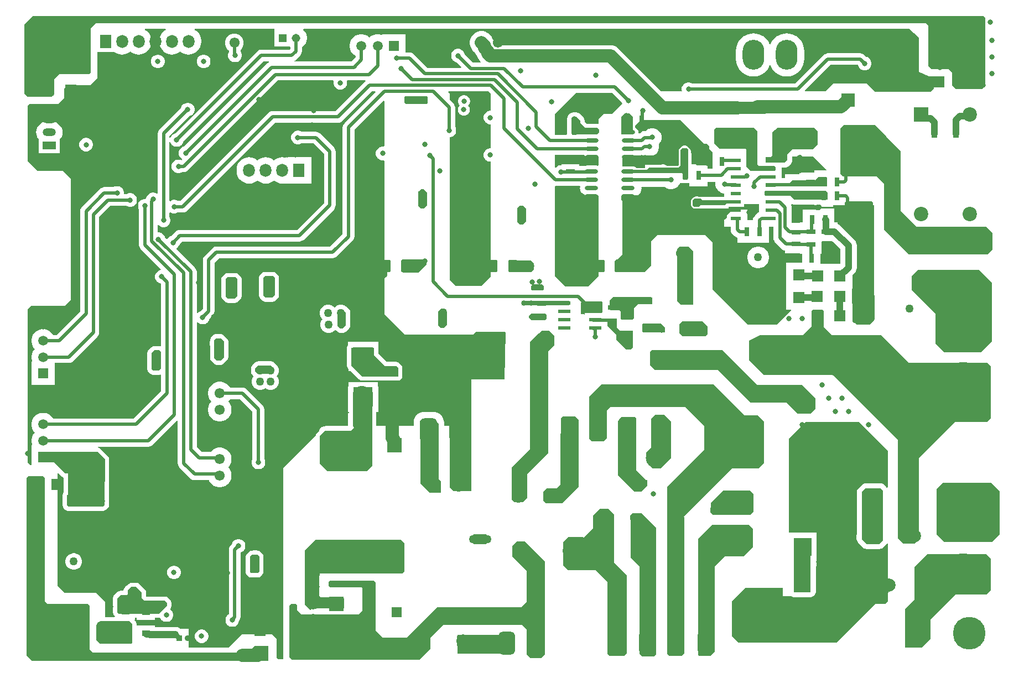
<source format=gbl>
G04*
G04 #@! TF.GenerationSoftware,Altium Limited,Altium Designer,22.5.1 (42)*
G04*
G04 Layer_Physical_Order=4*
G04 Layer_Color=16711680*
%FSLAX44Y44*%
%MOMM*%
G71*
G04*
G04 #@! TF.SameCoordinates,325B58FB-DF44-4075-A057-A786A272C4E4*
G04*
G04*
G04 #@! TF.FilePolarity,Positive*
G04*
G01*
G75*
%ADD10C,0.5080*%
%ADD24R,0.8000X1.4000*%
%ADD25R,1.4000X0.8000*%
%ADD30R,3.0000X1.8000*%
%ADD35R,1.9812X0.5588*%
G04:AMPARAMS|DCode=43|XSize=1.4mm|YSize=1.8mm|CornerRadius=0.14mm|HoleSize=0mm|Usage=FLASHONLY|Rotation=90.000|XOffset=0mm|YOffset=0mm|HoleType=Round|Shape=RoundedRectangle|*
%AMROUNDEDRECTD43*
21,1,1.4000,1.5200,0,0,90.0*
21,1,1.1200,1.8000,0,0,90.0*
1,1,0.2800,0.7600,0.5600*
1,1,0.2800,0.7600,-0.5600*
1,1,0.2800,-0.7600,-0.5600*
1,1,0.2800,-0.7600,0.5600*
%
%ADD43ROUNDEDRECTD43*%
G04:AMPARAMS|DCode=44|XSize=1.4mm|YSize=1.8mm|CornerRadius=0.14mm|HoleSize=0mm|Usage=FLASHONLY|Rotation=90.000|XOffset=0mm|YOffset=0mm|HoleType=Round|Shape=RoundedRectangle|*
%AMROUNDEDRECTD44*
21,1,1.4000,1.5200,0,0,90.0*
21,1,1.1200,1.8000,0,0,90.0*
1,1,0.2800,0.7600,0.5600*
1,1,0.2800,0.7600,-0.5600*
1,1,0.2800,-0.7600,-0.5600*
1,1,0.2800,-0.7600,0.5600*
%
%ADD44ROUNDEDRECTD44*%
%ADD45R,1.7780X1.7780*%
%ADD46R,1.7780X1.7780*%
%ADD52R,1.5000X1.1000*%
%ADD53R,1.5240X1.1000*%
%ADD54R,3.1500X2.3000*%
%ADD90C,1.5494*%
%ADD97C,2.0000*%
%ADD122C,0.5000*%
%ADD123C,0.3810*%
%ADD124C,1.0160*%
%ADD125C,2.0000*%
%ADD126C,1.0000*%
%ADD128R,2.6416X8.3058*%
%ADD133C,1.5080*%
%ADD134R,1.5080X1.5080*%
%ADD135R,1.5080X1.5080*%
G04:AMPARAMS|DCode=136|XSize=2.6mm|YSize=3.5mm|CornerRadius=0.65mm|HoleSize=0mm|Usage=FLASHONLY|Rotation=0.000|XOffset=0mm|YOffset=0mm|HoleType=Round|Shape=RoundedRectangle|*
%AMROUNDEDRECTD136*
21,1,2.6000,2.2000,0,0,0.0*
21,1,1.3000,3.5000,0,0,0.0*
1,1,1.3000,0.6500,-1.1000*
1,1,1.3000,-0.6500,-1.1000*
1,1,1.3000,-0.6500,1.1000*
1,1,1.3000,0.6500,1.1000*
%
%ADD136ROUNDEDRECTD136*%
%ADD137C,1.6000*%
%ADD138O,1.6000X1.4000*%
%ADD139R,1.6000X1.6000*%
%ADD140C,3.0000*%
%ADD141R,1.6000X1.6000*%
%ADD142R,2.8000X2.8000*%
%ADD143C,2.8000*%
%ADD144R,2.0000X2.0000*%
%ADD145R,2.2000X2.2000*%
%ADD146C,2.2000*%
%ADD147O,2.0000X1.8000*%
%ADD148R,2.0000X1.8000*%
%ADD149C,5.0000*%
%ADD150R,1.8000X2.0000*%
%ADD151O,1.8000X2.0000*%
%ADD152O,3.3020X4.5720*%
%ADD153O,4.5720X3.3020*%
%ADD154R,1.3080X1.3080*%
%ADD155C,1.3080*%
%ADD156C,0.9000*%
%ADD157R,0.9000X0.9000*%
%ADD158O,2.0000X1.2000*%
%ADD159R,2.0000X1.2000*%
%ADD160C,0.8128*%
%ADD161C,1.2700*%
%ADD162C,0.6000*%
%ADD166R,2.2600X2.1600*%
%ADD167R,2.1600X2.2600*%
%ADD168R,0.9100X1.2200*%
%ADD169R,1.2200X0.9100*%
G04:AMPARAMS|DCode=170|XSize=1.4mm|YSize=1.8mm|CornerRadius=0.14mm|HoleSize=0mm|Usage=FLASHONLY|Rotation=180.000|XOffset=0mm|YOffset=0mm|HoleType=Round|Shape=RoundedRectangle|*
%AMROUNDEDRECTD170*
21,1,1.4000,1.5200,0,0,180.0*
21,1,1.1200,1.8000,0,0,180.0*
1,1,0.2800,-0.5600,0.7600*
1,1,0.2800,0.5600,0.7600*
1,1,0.2800,0.5600,-0.7600*
1,1,0.2800,-0.5600,-0.7600*
%
%ADD170ROUNDEDRECTD170*%
G04:AMPARAMS|DCode=171|XSize=1.4mm|YSize=1.8mm|CornerRadius=0.14mm|HoleSize=0mm|Usage=FLASHONLY|Rotation=180.000|XOffset=0mm|YOffset=0mm|HoleType=Round|Shape=RoundedRectangle|*
%AMROUNDEDRECTD171*
21,1,1.4000,1.5200,0,0,180.0*
21,1,1.1200,1.8000,0,0,180.0*
1,1,0.2800,-0.5600,0.7600*
1,1,0.2800,0.5600,0.7600*
1,1,0.2800,0.5600,-0.7600*
1,1,0.2800,-0.5600,-0.7600*
%
%ADD171ROUNDEDRECTD171*%
%ADD172R,5.6000X2.1000*%
%ADD173O,2.0320X0.6096*%
%ADD174R,1.5000X0.6000*%
%ADD175R,3.5000X1.6000*%
%ADD176C,0.7620*%
%ADD177R,9.9822X1.7780*%
%ADD178R,8.5852X2.8956*%
%ADD179R,7.2644X0.6858*%
%ADD180R,5.2070X1.9558*%
G36*
X385890Y976302D02*
Y950522D01*
X408053D01*
X408134Y950440D01*
X409854Y949292D01*
Y946635D01*
X408643Y945424D01*
X365506D01*
X363196Y945120D01*
X361043Y944229D01*
X359194Y942810D01*
X233703Y817319D01*
X232200Y816916D01*
X229826Y815545D01*
X227887Y813606D01*
X226516Y811232D01*
X226350Y810615D01*
X225080Y810782D01*
Y813421D01*
X255501Y843841D01*
X257004Y844244D01*
X259378Y845615D01*
X261317Y847554D01*
X262688Y849928D01*
X263398Y852577D01*
Y855319D01*
X262688Y857968D01*
X261317Y860342D01*
X259378Y862281D01*
X257004Y863652D01*
X254355Y864362D01*
X251613D01*
X248964Y863652D01*
X246590Y862281D01*
X244651Y860342D01*
X243280Y857968D01*
X242877Y856465D01*
X209842Y823430D01*
X208424Y821581D01*
X207532Y819428D01*
X207228Y817118D01*
Y725468D01*
X205958Y724953D01*
X203918Y726131D01*
X201269Y726841D01*
X198527D01*
X195878Y726131D01*
X193504Y724760D01*
X191565Y722821D01*
X190194Y720446D01*
X189580Y718154D01*
X188823Y717042D01*
X186081D01*
X183432Y716332D01*
X181058Y714961D01*
X179119Y713022D01*
X177748Y710648D01*
X177038Y707999D01*
Y705257D01*
X177748Y702608D01*
X178526Y701261D01*
Y646684D01*
X178830Y644374D01*
X179722Y642221D01*
X181140Y640372D01*
X212000Y609512D01*
X211514Y608203D01*
X209340Y607620D01*
X206966Y606249D01*
X205027Y604310D01*
X203656Y601936D01*
X202946Y599287D01*
Y596545D01*
X203656Y593896D01*
X205027Y591522D01*
X206966Y589583D01*
X209340Y588212D01*
X210843Y587809D01*
X212308Y586345D01*
Y492618D01*
X211038Y491599D01*
X209534Y491898D01*
X202193D01*
X199715Y491405D01*
X197615Y490001D01*
X193034Y485420D01*
X191630Y483320D01*
X191138Y480842D01*
Y456750D01*
X191630Y454273D01*
X193034Y452172D01*
X195837Y449369D01*
X197937Y447966D01*
X200415Y447473D01*
X208525D01*
X211003Y447966D01*
X211188Y448089D01*
X212308Y447491D01*
Y423051D01*
X170001Y380744D01*
X46819D01*
X45244Y383101D01*
X42779Y385566D01*
X39880Y387504D01*
X36659Y388838D01*
X33239Y389518D01*
X29753D01*
X26333Y388838D01*
X23112Y387504D01*
X20213Y385566D01*
X17747Y383101D01*
X15811Y380202D01*
X14476Y376981D01*
X13796Y373561D01*
Y370075D01*
X14476Y366655D01*
X15811Y363434D01*
X17747Y360535D01*
X18964Y359318D01*
X17747Y358101D01*
X15811Y355202D01*
X14476Y351981D01*
X13796Y348561D01*
Y345075D01*
X14476Y341655D01*
X14924Y340574D01*
X14218Y339518D01*
X13796D01*
Y309836D01*
X11225D01*
X7686Y313375D01*
Y548359D01*
X13003Y553676D01*
X64565D01*
X73709Y562820D01*
Y748494D01*
X62025Y760178D01*
X22655D01*
X7923Y774910D01*
Y859746D01*
X10971Y862794D01*
X54659D01*
X63803Y871938D01*
Y885400D01*
X69391Y890988D01*
X103427D01*
X114857Y902418D01*
Y942028D01*
X141156D01*
X141958Y941370D01*
X145286Y939591D01*
X148898Y938495D01*
X152654Y938125D01*
X156410Y938495D01*
X160022Y939591D01*
X163350Y941370D01*
X165354Y943015D01*
X167358Y941370D01*
X170686Y939591D01*
X174298Y938495D01*
X178054Y938125D01*
X181810Y938495D01*
X185422Y939591D01*
X188750Y941370D01*
X191668Y943764D01*
X194062Y946682D01*
X195841Y950010D01*
X196937Y953622D01*
X197307Y957378D01*
Y959378D01*
X196937Y963134D01*
X195841Y966746D01*
X194062Y970074D01*
X191668Y972992D01*
X188750Y975386D01*
X187456Y976078D01*
X187775Y977348D01*
X219133D01*
X219452Y976078D01*
X218158Y975386D01*
X215240Y972992D01*
X212846Y970074D01*
X211067Y966746D01*
X209971Y963134D01*
X209601Y959378D01*
Y957378D01*
X209971Y953622D01*
X211067Y950010D01*
X212846Y946682D01*
X215240Y943764D01*
X218158Y941370D01*
X221486Y939591D01*
X225098Y938495D01*
X228854Y938125D01*
X232610Y938495D01*
X236222Y939591D01*
X239550Y941370D01*
X241554Y943015D01*
X243558Y941370D01*
X246886Y939591D01*
X250498Y938495D01*
X254254Y938125D01*
X258010Y938495D01*
X261622Y939591D01*
X264950Y941370D01*
X267868Y943764D01*
X270262Y946682D01*
X272041Y950010D01*
X273137Y953622D01*
X273507Y957378D01*
Y959378D01*
X273137Y963134D01*
X272041Y966746D01*
X270262Y970074D01*
X267868Y972992D01*
X264950Y975386D01*
X263656Y976078D01*
X263975Y977348D01*
X385348D01*
X385890Y976302D01*
D02*
G37*
G36*
X1372233Y964184D02*
Y911826D01*
X1394968Y901492D01*
Y885952D01*
X1390098Y881082D01*
X1304593D01*
X1292147Y893528D01*
X1240839D01*
X1229409Y882098D01*
X1197879D01*
X1197393Y883271D01*
X1236359Y922238D01*
X1278495D01*
X1278943Y921789D01*
X1279346Y920286D01*
X1280717Y917912D01*
X1282656Y915973D01*
X1285030Y914602D01*
X1287679Y913892D01*
X1290421D01*
X1293070Y914602D01*
X1295444Y915973D01*
X1297383Y917912D01*
X1298754Y920286D01*
X1299464Y922935D01*
Y925677D01*
X1298754Y928326D01*
X1297383Y930700D01*
X1295444Y932639D01*
X1293070Y934010D01*
X1291567Y934413D01*
X1288504Y937476D01*
X1286655Y938895D01*
X1284502Y939786D01*
X1282192Y940090D01*
X1232662D01*
X1230352Y939786D01*
X1228199Y938895D01*
X1226350Y937476D01*
X1182991Y894116D01*
X1024923D01*
X1023576Y894894D01*
X1020927Y895604D01*
X1018185D01*
X1015536Y894894D01*
X1013162Y893523D01*
X1011223Y891584D01*
X1009852Y889210D01*
X1009142Y886561D01*
Y883819D01*
X1009333Y883105D01*
X1008560Y882098D01*
X977303D01*
X912014Y947386D01*
X909525Y949429D01*
X906684Y950947D01*
X903602Y951882D01*
X900397Y952198D01*
X725794D01*
X724087Y954278D01*
X723438Y954927D01*
X722601Y957685D01*
X721083Y960526D01*
X719429Y962542D01*
X718579Y964593D01*
X716619Y967526D01*
X714125Y970020D01*
X711192Y971980D01*
X707933Y973330D01*
X704474Y974018D01*
X700946D01*
X697487Y973330D01*
X694228Y971980D01*
X691295Y970020D01*
X688801Y967526D01*
X686841Y964593D01*
X685491Y961334D01*
X684803Y957875D01*
Y954347D01*
X685491Y950888D01*
X686841Y947629D01*
X688801Y944696D01*
X691295Y942202D01*
X692189Y941605D01*
X692244Y941421D01*
X693763Y938580D01*
X695806Y936091D01*
X696595Y935302D01*
X697291Y933005D01*
X698810Y930164D01*
X700853Y927675D01*
X701488Y927040D01*
X701002Y925866D01*
X689789D01*
X676761Y938895D01*
X676358Y940398D01*
X674987Y942772D01*
X673048Y944711D01*
X670673Y946082D01*
X668025Y946792D01*
X665283D01*
X662634Y946082D01*
X660259Y944711D01*
X658320Y942772D01*
X656949Y940398D01*
X656240Y937749D01*
Y935007D01*
X656949Y932358D01*
X658320Y929984D01*
X660259Y928045D01*
X662634Y926674D01*
X664137Y926271D01*
X671496Y918912D01*
X671010Y917738D01*
X619647D01*
X598640Y938746D01*
X596791Y940164D01*
X594638Y941056D01*
X592328Y941360D01*
X586314D01*
Y969268D01*
X550914D01*
Y968846D01*
X549858Y968140D01*
X548777Y968588D01*
X545357Y969268D01*
X541871D01*
X538451Y968588D01*
X535230Y967253D01*
X532331Y965316D01*
X531114Y964100D01*
X529897Y965316D01*
X526998Y967253D01*
X523777Y968588D01*
X520357Y969268D01*
X516871D01*
X513451Y968588D01*
X510230Y967253D01*
X507331Y965316D01*
X504865Y962851D01*
X502929Y959952D01*
X501594Y956731D01*
X500914Y953311D01*
Y949825D01*
X501594Y946405D01*
X502929Y943184D01*
X504865Y940285D01*
X507331Y937820D01*
X509996Y936039D01*
Y933845D01*
X503541Y927390D01*
X416798D01*
X416545Y928660D01*
X416804Y928767D01*
X418653Y930186D01*
X425092Y936625D01*
X426511Y938474D01*
X427402Y940627D01*
X427706Y942937D01*
Y949292D01*
X429426Y950440D01*
X431752Y952766D01*
X433579Y955502D01*
X434838Y958541D01*
X435480Y961767D01*
Y965057D01*
X434838Y968283D01*
X433579Y971322D01*
X431752Y974058D01*
X429732Y976078D01*
X430165Y977348D01*
X1356409D01*
X1372233Y964184D01*
D02*
G37*
G36*
X1473708Y994410D02*
Y890270D01*
X1468628Y885190D01*
X1428496D01*
X1423162Y890524D01*
X1423162Y910336D01*
X1417828Y915670D01*
X1391158D01*
X1386078Y920750D01*
Y982980D01*
X1383320Y985738D01*
X112486D01*
X104648Y977900D01*
Y910590D01*
X102108Y908050D01*
X56388D01*
X48768Y900430D01*
Y877570D01*
X44958Y873760D01*
X8128Y873760D01*
X3048Y878840D01*
Y984250D01*
X15748Y996950D01*
X1471168D01*
X1473708Y994410D01*
D02*
G37*
G36*
X620522Y873760D02*
Y864108D01*
X618744Y862330D01*
X586994D01*
X584962Y864362D01*
Y873760D01*
X585724Y874522D01*
X619760D01*
X620522Y873760D01*
D02*
G37*
G36*
X917247Y864893D02*
X917650Y863390D01*
X917812Y863109D01*
X901749Y847046D01*
X889049D01*
X881683Y839680D01*
Y832866D01*
X880701Y832060D01*
X879856Y832228D01*
X863996D01*
X860676Y835548D01*
Y837184D01*
X860184Y839662D01*
X858780Y841762D01*
X852684Y847858D01*
X850584Y849262D01*
X848106Y849754D01*
X842518D01*
X840040Y849262D01*
X837940Y847858D01*
X835654Y845572D01*
X834987Y844574D01*
X834300Y843588D01*
X834286Y843525D01*
X834250Y843472D01*
X834016Y842294D01*
X833759Y841121D01*
X833505Y828167D01*
X833516Y828103D01*
X833504Y828040D01*
Y817880D01*
X833800Y816392D01*
X832772Y815122D01*
X815135D01*
Y847046D01*
X847401Y879312D01*
X902829D01*
X917247Y864893D01*
D02*
G37*
G36*
X854202Y837184D02*
Y832866D01*
X861314Y825754D01*
X879856D01*
X882904Y822706D01*
Y818896D01*
X880110Y816102D01*
X841756D01*
X839978Y817880D01*
Y828040D01*
X840232Y840994D01*
X842518Y843280D01*
X848106D01*
X854202Y837184D01*
D02*
G37*
G36*
X934720Y843026D02*
Y815594D01*
X916432D01*
Y842010D01*
X917702Y843788D01*
X922020Y848106D01*
X929640D01*
X934720Y843026D01*
D02*
G37*
G36*
X377049Y926302D02*
X376791Y926195D01*
X374942Y924776D01*
X247419Y797253D01*
X245916Y796850D01*
X243542Y795479D01*
X241603Y793540D01*
X240232Y791166D01*
X239522Y788517D01*
Y785775D01*
X240232Y783126D01*
X241603Y780752D01*
X243542Y778813D01*
X244174Y778448D01*
X244340Y777188D01*
X243444Y776293D01*
X243034Y776530D01*
X240385Y777240D01*
X237643D01*
X234994Y776530D01*
X232620Y775159D01*
X230681Y773220D01*
X229310Y770846D01*
X228600Y768197D01*
Y765455D01*
X229310Y762806D01*
X230681Y760432D01*
X232620Y758493D01*
X234994Y757122D01*
X237643Y756412D01*
X240385D01*
X243034Y757122D01*
X244381Y757900D01*
X246601D01*
X248911Y758204D01*
X251064Y759096D01*
X252913Y760514D01*
X391014Y898616D01*
X475663D01*
X476436Y897608D01*
X476092Y896325D01*
Y893583D01*
X476802Y890934D01*
X478173Y888560D01*
X480112Y886621D01*
X482486Y885250D01*
X485135Y884540D01*
X487877D01*
X490526Y885250D01*
X492900Y886621D01*
X494839Y888560D01*
X496210Y890934D01*
X496920Y893583D01*
Y896325D01*
X496576Y897608D01*
X497349Y898616D01*
X524704D01*
X525135Y897346D01*
X524802Y897090D01*
X479157Y851444D01*
X382778D01*
X380468Y851140D01*
X378315Y850248D01*
X376466Y848830D01*
X241667Y714030D01*
X237523D01*
X236176Y714808D01*
X233527Y715518D01*
X230785D01*
X228136Y714808D01*
X226350Y713777D01*
X225080Y714477D01*
Y803642D01*
X226350Y803809D01*
X226516Y803192D01*
X227887Y800818D01*
X229826Y798879D01*
X232200Y797508D01*
X234849Y796798D01*
X237591D01*
X240240Y797508D01*
X242614Y798879D01*
X244553Y800818D01*
X245924Y803192D01*
X246327Y804695D01*
X369203Y927572D01*
X376797D01*
X377049Y926302D01*
D02*
G37*
G36*
X1217382Y820810D02*
Y800490D01*
X1209762Y792870D01*
X1178012D01*
X1170686Y785544D01*
Y776732D01*
X1166504Y772550D01*
X1138642Y772550D01*
X1137372Y773820D01*
Y781440D01*
X1144992D01*
X1147532Y783980D01*
Y819540D01*
X1156422Y825890D01*
X1212302D01*
X1217382Y820810D01*
D02*
G37*
G36*
X859236Y784177D02*
X861831Y783103D01*
X864616Y782736D01*
X878840D01*
X880413Y782943D01*
X881683Y781829D01*
Y768691D01*
X880413Y767903D01*
X878332Y768177D01*
X864108D01*
X861655Y767854D01*
X860765Y767486D01*
X851804D01*
Y769716D01*
X825104D01*
Y768835D01*
X823217D01*
X820569Y768125D01*
X818194Y766754D01*
X816405Y764965D01*
X815135Y765176D01*
Y784570D01*
X858725D01*
X859236Y784177D01*
D02*
G37*
G36*
X1019302Y792480D02*
Y748792D01*
X1017524Y747014D01*
Y746506D01*
X1012190D01*
X1010412Y748284D01*
Y755904D01*
X1009396Y756920D01*
X920242D01*
X918972Y758190D01*
Y758952D01*
X919226Y760730D01*
X954278D01*
X958850Y765302D01*
X1004062D01*
X1004316Y765048D01*
X1007364Y768096D01*
Y791718D01*
X1010158Y794512D01*
X1017270D01*
X1019302Y792480D01*
D02*
G37*
G36*
X1193800Y782574D02*
Y781812D01*
X1210310D01*
X1230352Y761770D01*
X1229826Y760500D01*
X1212272D01*
Y757204D01*
X1191768D01*
Y757174D01*
X1191260Y756666D01*
X1189340D01*
Y754960D01*
X1167202D01*
Y748604D01*
X1162482D01*
Y764864D01*
X1166504D01*
X1168493Y765126D01*
X1170347Y765894D01*
X1171939Y767115D01*
X1176121Y771297D01*
X1177342Y772889D01*
X1178110Y774743D01*
X1178372Y776732D01*
Y781812D01*
X1187450D01*
X1190244Y784606D01*
X1191768D01*
X1193800Y782574D01*
D02*
G37*
G36*
X1043559Y801497D02*
X1043686Y801624D01*
X1047975D01*
X1051052Y797731D01*
Y792902D01*
X1052154D01*
X1056290Y788766D01*
Y763571D01*
X1048956D01*
Y768350D01*
X1032256D01*
X1030082Y770524D01*
X1023970D01*
Y787034D01*
X1023581D01*
X1022808Y788042D01*
X1022858Y788228D01*
Y790636D01*
X1022235Y792962D01*
X1021031Y795046D01*
X1019329Y796749D01*
X1017243Y797953D01*
X1014918Y798576D01*
X1012510D01*
X1010184Y797953D01*
X1008100Y796749D01*
X1006397Y795046D01*
X1005531Y793547D01*
X1004971Y792709D01*
X1004774Y791718D01*
Y791398D01*
X1004570Y790636D01*
Y788228D01*
X1004774Y787466D01*
Y769169D01*
X1003497Y767892D01*
X986210D01*
X985800Y768301D01*
X983716Y769505D01*
X981390Y770128D01*
X978982D01*
X976656Y769505D01*
X976420Y769368D01*
X952612D01*
Y763837D01*
X940514D01*
X940009Y764495D01*
X938311Y765798D01*
X936334Y766617D01*
X934212Y766896D01*
X919988D01*
X919165Y766788D01*
X918210Y767625D01*
Y779512D01*
X919165Y780349D01*
X920496Y780174D01*
X922147D01*
Y783336D01*
X948288D01*
X950570Y783636D01*
X953032Y784656D01*
X953079Y784693D01*
X954630Y783797D01*
X956351Y783336D01*
X963888D01*
X965610Y783797D01*
X968854Y785670D01*
X971502Y788318D01*
X973375Y791562D01*
X974344Y795179D01*
Y798925D01*
X973784Y801014D01*
X975312Y802542D01*
X977185Y805786D01*
X978154Y809403D01*
Y813149D01*
X977185Y816766D01*
X975312Y820010D01*
X972664Y822658D01*
X969420Y824531D01*
X965803Y825500D01*
X962057D01*
X958440Y824531D01*
X955196Y822658D01*
X953423Y820885D01*
X952410D01*
X949768Y820537D01*
X947306Y819517D01*
X945192Y817895D01*
X944494Y817197D01*
X943930Y817237D01*
X942870Y818531D01*
X942918Y818896D01*
X942639Y821018D01*
X941820Y822995D01*
X940517Y824693D01*
X938819Y825996D01*
X937310Y826621D01*
Y828299D01*
X938022Y829056D01*
X946912Y837946D01*
X1007110D01*
X1043559Y801497D01*
D02*
G37*
G36*
X1124672Y820810D02*
Y770010D01*
X1127212Y767470D01*
X1151342D01*
X1152612Y766200D01*
Y761120D01*
X1151342Y759850D01*
X1114512D01*
X1108162Y766200D01*
Y792870D01*
X1106892Y794140D01*
X1066918D01*
X1058632Y802426D01*
X1058632Y823350D01*
X1061172Y825890D01*
X1119592D01*
X1124672Y820810D01*
D02*
G37*
G36*
X1060872Y742149D02*
X1060704Y741521D01*
Y737775D01*
X1061673Y734158D01*
X1063546Y730914D01*
X1066194Y728266D01*
X1069438Y726393D01*
X1073055Y725424D01*
X1074162D01*
Y720510D01*
X1035122D01*
Y720510D01*
X1034832Y720287D01*
X1033166Y720734D01*
X1030758D01*
X1028432Y720111D01*
X1028235Y719997D01*
X1027963Y719943D01*
X1027123Y719381D01*
X1027060Y719318D01*
X1026348Y718907D01*
X1024645Y717205D01*
X1024033Y716145D01*
X1023767Y715747D01*
X1023748Y715652D01*
X1023441Y715119D01*
X1022818Y712794D01*
Y710386D01*
X1023441Y708061D01*
X1023570Y707837D01*
Y707136D01*
X1023767Y706145D01*
X1024329Y705305D01*
X1026615Y703019D01*
X1027455Y702457D01*
X1028446Y702260D01*
X1035050D01*
X1035501Y702350D01*
X1080872D01*
Y704780D01*
X1104402D01*
Y709422D01*
X1127162D01*
Y696637D01*
X1126348Y696300D01*
X1124234Y694678D01*
X1121104Y691548D01*
X1119482Y689434D01*
X1118463Y686972D01*
X1118115Y684330D01*
Y684300D01*
X1109482D01*
Y700620D01*
X1098296D01*
Y697992D01*
X1098804D01*
X1098296Y697738D01*
Y697992D01*
X1083818D01*
X1077976Y692150D01*
X1077976Y688340D01*
X1074674Y685038D01*
X1074162D01*
Y674300D01*
X1084025D01*
Y670442D01*
X1084372Y667800D01*
X1085392Y665338D01*
X1087014Y663224D01*
X1090316Y659922D01*
X1092430Y658300D01*
X1094162Y657583D01*
Y649980D01*
X1142482D01*
Y674300D01*
X1149303D01*
Y657352D01*
X1149650Y654710D01*
X1150670Y652248D01*
X1152292Y650134D01*
X1161714Y640712D01*
X1163828Y639090D01*
X1166290Y638070D01*
X1167202Y637950D01*
Y633770D01*
X1189932D01*
Y632820D01*
X1193222D01*
Y619760D01*
X1169162D01*
Y581660D01*
Y547370D01*
X1176393D01*
X1176879Y546197D01*
X1155446Y524764D01*
X1142492D01*
X1142238Y524510D01*
X1119632D01*
X1119378Y524764D01*
X1110488D01*
X1056640Y578612D01*
Y650748D01*
X1045464Y661924D01*
X972058D01*
X962406Y652272D01*
Y615442D01*
X951992Y605028D01*
X911860D01*
X911606Y605282D01*
X907288D01*
X906272Y606298D01*
Y621284D01*
X909066Y624078D01*
X910590D01*
X918210Y631698D01*
Y714248D01*
X916686Y715772D01*
X916871Y720388D01*
X937344D01*
X937660Y720430D01*
X940873Y721761D01*
X943632Y723878D01*
X945749Y726637D01*
X947080Y729850D01*
X947534Y733298D01*
X947331Y734836D01*
X948169Y735791D01*
X982724D01*
X983898Y734616D01*
X987142Y732743D01*
X990759Y731774D01*
X994505D01*
X998122Y732743D01*
X1001366Y734616D01*
X1004014Y737264D01*
X1005887Y740508D01*
X1006095Y741284D01*
X1020636D01*
Y736204D01*
X1048956D01*
Y743157D01*
X1060099D01*
X1060872Y742149D01*
D02*
G37*
G36*
X1231352Y749594D02*
Y737021D01*
X1230423Y736092D01*
X1152652D01*
X1152144Y735584D01*
X1137857D01*
Y740918D01*
X1173988Y740918D01*
X1178814Y745744D01*
X1213104D01*
X1217930Y750570D01*
X1230376D01*
X1231352Y749594D01*
D02*
G37*
G36*
X1232622Y726830D02*
Y716670D01*
X1231724Y715772D01*
X1181450D01*
X1175472Y721750D01*
X1137372D01*
X1136102Y723020D01*
Y728523D01*
X1137372Y729370D01*
X1230082D01*
X1232622Y726830D01*
D02*
G37*
G36*
X1041400Y715010D02*
X1098296D01*
X1099312Y713994D01*
Y710692D01*
X1098296Y709676D01*
X1077722D01*
X1075690Y707644D01*
X1037844D01*
X1035050Y704850D01*
X1028446D01*
X1026160Y707136D01*
Y714756D01*
X1028954Y717550D01*
X1038860D01*
X1041400Y715010D01*
D02*
G37*
G36*
X1301496Y711454D02*
Y707644D01*
X1303782D01*
Y569468D01*
X1304036Y569214D01*
Y532638D01*
X1303782Y532384D01*
Y531114D01*
X1297432Y524764D01*
X1277112D01*
X1274064Y527812D01*
X1273556D01*
X1273048Y527304D01*
X1270762Y529590D01*
Y531114D01*
X1270254Y531622D01*
Y557022D01*
X1270000D01*
Y579882D01*
X1270254D01*
Y599981D01*
X1273333Y603059D01*
X1275356Y605696D01*
X1276627Y608765D01*
X1277061Y612060D01*
Y645561D01*
X1276627Y648856D01*
X1275356Y651926D01*
X1273333Y654562D01*
X1251914Y675981D01*
X1249278Y678003D01*
X1247242Y678847D01*
Y681140D01*
X1242852D01*
Y702198D01*
X1222136D01*
X1219454Y699516D01*
X1215136D01*
X1214120Y700532D01*
X1194532D01*
Y697738D01*
X1193837D01*
Y681140D01*
X1189932D01*
Y680190D01*
X1177377D01*
Y682665D01*
X1177290Y682752D01*
X1177290Y704965D01*
X1177029Y706944D01*
X1176673Y707804D01*
X1177379Y708860D01*
X1178225D01*
X1179461Y708348D01*
X1181450Y708086D01*
X1212432D01*
Y707390D01*
X1214628D01*
X1215136Y707898D01*
X1220978D01*
X1223264Y705612D01*
Y704590D01*
X1240752D01*
Y707644D01*
X1258316D01*
Y711454D01*
X1260094Y713232D01*
X1299718D01*
X1301496Y711454D01*
D02*
G37*
G36*
X619252Y727202D02*
Y707644D01*
X614172Y702564D01*
X610362D01*
X606044Y706882D01*
Y728218D01*
X606298Y728472D01*
X608584Y730504D01*
X609854Y731774D01*
X614680D01*
X619252Y727202D01*
D02*
G37*
G36*
X770890Y702056D02*
Y682498D01*
X765810Y677418D01*
X762000D01*
X757682Y681736D01*
Y703072D01*
X757936Y703326D01*
X760222Y705358D01*
X761492Y706628D01*
X766318D01*
X770890Y702056D01*
D02*
G37*
G36*
X1322324Y812800D02*
X1322324Y812292D01*
X1344422Y790194D01*
X1344422Y697992D01*
X1368298Y674116D01*
X1474978D01*
X1484630Y664464D01*
Y639572D01*
X1477264Y632206D01*
X1356614D01*
X1318768Y670052D01*
Y740410D01*
X1308100Y751078D01*
X1255776D01*
X1251458Y755396D01*
Y823976D01*
X1257300Y829818D01*
X1305306D01*
X1322324Y812800D01*
D02*
G37*
G36*
X1240382Y651510D02*
X1240536D01*
X1251712Y640334D01*
Y626618D01*
X1251603Y626509D01*
Y617982D01*
X1221542D01*
Y632820D01*
X1223264D01*
Y651510D01*
X1224252D01*
Y652820D01*
X1239072D01*
X1240382Y651510D01*
D02*
G37*
G36*
X782574Y618236D02*
Y609600D01*
X778256Y605282D01*
X744474D01*
Y622808D01*
X778002D01*
X782574Y618236D01*
D02*
G37*
G36*
X618490Y623062D02*
Y616712D01*
X606044Y604266D01*
X582422D01*
X579374Y607314D01*
Y622046D01*
X581660Y624332D01*
X617220D01*
X618490Y623062D01*
D02*
G37*
G36*
X716329Y878614D02*
Y852013D01*
X714911D01*
X712263Y851304D01*
X709888Y849933D01*
X707949Y847994D01*
X706578Y845619D01*
X705868Y842970D01*
Y840228D01*
X706578Y837580D01*
X707949Y835205D01*
X709888Y833266D01*
X712263Y831895D01*
X714911Y831185D01*
X716329D01*
Y794766D01*
X714909D01*
X712260Y794056D01*
X709886Y792685D01*
X707947Y790746D01*
X706576Y788372D01*
X705866Y785723D01*
Y782981D01*
X706576Y780332D01*
X707947Y777958D01*
X709886Y776019D01*
X712260Y774648D01*
X714909Y773938D01*
X716329D01*
X716329Y597872D01*
X702105Y583648D01*
X663497D01*
X654099Y593046D01*
Y811530D01*
X654659D01*
X657308Y812240D01*
X659682Y813611D01*
X661621Y815550D01*
X662992Y817924D01*
X663702Y820573D01*
Y823315D01*
X662992Y825964D01*
X662214Y827311D01*
Y856996D01*
X661910Y859306D01*
X661019Y861459D01*
X659600Y863308D01*
X654099Y868809D01*
Y878288D01*
X651708Y880678D01*
X652194Y881852D01*
X713091D01*
X716329Y878614D01*
D02*
G37*
G36*
X853678Y735802D02*
X853348Y733298D01*
X853715Y730513D01*
X854790Y727918D01*
X856499Y725689D01*
X858728Y723979D01*
X861323Y722905D01*
X864108Y722538D01*
X878332D01*
X880413Y722812D01*
X881683Y721876D01*
Y598888D01*
X865935Y583140D01*
X831391D01*
X815135Y599396D01*
Y736669D01*
X815594Y737072D01*
X852931D01*
X853678Y735802D01*
D02*
G37*
G36*
X798068Y583438D02*
Y578866D01*
X796036Y576834D01*
X780034D01*
X778256Y578612D01*
Y583438D01*
X778510Y583692D01*
X780796Y585978D01*
X795528D01*
X798068Y583438D01*
D02*
G37*
G36*
X1026668Y637286D02*
Y555244D01*
X1007872D01*
X1001776Y561340D01*
X1001776Y640080D01*
X1005840Y644144D01*
X1019810D01*
X1026668Y637286D01*
D02*
G37*
G36*
X540648Y880678D02*
X492798Y832828D01*
X491380Y830979D01*
X490488Y828826D01*
X490184Y826516D01*
Y663081D01*
X471283Y644180D01*
X296926D01*
X294616Y643876D01*
X292463Y642984D01*
X290614Y641566D01*
X278676Y629628D01*
X277257Y627779D01*
X276366Y625626D01*
X276062Y623316D01*
Y548273D01*
X273327Y545539D01*
X271824Y545136D01*
X269450Y543765D01*
X268006Y542322D01*
X266736Y542848D01*
Y605536D01*
X266432Y607846D01*
X265541Y609999D01*
X264122Y611848D01*
X235792Y640178D01*
X235958Y641437D01*
X236772Y641907D01*
X238711Y643846D01*
X240082Y646220D01*
X240485Y647723D01*
X244489Y651728D01*
X423926D01*
X426236Y652032D01*
X428389Y652924D01*
X430238Y654342D01*
X476720Y700824D01*
X478139Y702673D01*
X479030Y704826D01*
X479334Y707136D01*
Y789686D01*
X479030Y791996D01*
X478139Y794149D01*
X476720Y795998D01*
X455384Y817334D01*
X453535Y818753D01*
X451382Y819644D01*
X449072Y819948D01*
X427007D01*
X425660Y820726D01*
X423011Y821436D01*
X420269D01*
X417620Y820726D01*
X415246Y819355D01*
X413307Y817416D01*
X411936Y815042D01*
X411226Y812393D01*
Y809651D01*
X411936Y807002D01*
X413307Y804628D01*
X415246Y802689D01*
X417620Y801318D01*
X420269Y800608D01*
X423011D01*
X425660Y801318D01*
X427007Y802096D01*
X445375D01*
X461482Y785989D01*
Y710833D01*
X420229Y669580D01*
X240792D01*
X238482Y669276D01*
X236329Y668384D01*
X234480Y666966D01*
X227861Y660347D01*
X226358Y659944D01*
X223984Y658573D01*
X222045Y656634D01*
X221575Y655820D01*
X220315Y655654D01*
X218133Y657837D01*
X217730Y659340D01*
X216359Y661714D01*
X214420Y663653D01*
X212046Y665024D01*
X209397Y665734D01*
X206792D01*
Y677397D01*
X208062Y677739D01*
X209760Y676041D01*
X212134Y674670D01*
X214783Y673961D01*
X217525D01*
X220174Y674670D01*
X222548Y676041D01*
X224487Y677980D01*
X225858Y680355D01*
X226568Y683004D01*
Y685746D01*
X225858Y688394D01*
X225080Y689742D01*
Y695731D01*
X226350Y696431D01*
X228136Y695400D01*
X230785Y694690D01*
X233527D01*
X236176Y695400D01*
X237523Y696178D01*
X245364D01*
X247674Y696482D01*
X249827Y697374D01*
X251676Y698792D01*
X386475Y833592D01*
X482854D01*
X485164Y833896D01*
X487317Y834788D01*
X489166Y836206D01*
X534811Y881852D01*
X540163D01*
X540648Y880678D01*
D02*
G37*
G36*
X887730Y559562D02*
Y543814D01*
X886460Y542544D01*
X861060D01*
Y540766D01*
X860298Y540004D01*
X860044Y540258D01*
X855218D01*
X854710Y540766D01*
Y558546D01*
X856996Y560324D01*
X886968D01*
X887730Y559562D01*
D02*
G37*
G36*
X964184Y565150D02*
Y555752D01*
X942340D01*
X936244Y549656D01*
Y534670D01*
X933704Y532130D01*
X919480D01*
Y540766D01*
X913638Y546608D01*
X900430D01*
X899414Y547624D01*
X898398Y555244D01*
Y561340D01*
X903732Y566674D01*
X962660D01*
X964184Y565150D01*
D02*
G37*
G36*
X800100Y541528D02*
X801878Y539750D01*
Y532892D01*
X800100Y531114D01*
X779018Y531114D01*
X775462Y534670D01*
Y537972D01*
X779018Y541528D01*
X800100Y541528D01*
D02*
G37*
G36*
X553769Y866892D02*
Y797792D01*
X552805Y797052D01*
X550063D01*
X547414Y796342D01*
X545040Y794971D01*
X543101Y793032D01*
X541730Y790658D01*
X541020Y788009D01*
Y785267D01*
X541730Y782618D01*
X543101Y780244D01*
X545040Y778305D01*
X547414Y776934D01*
X550063Y776224D01*
X552805D01*
X553769Y775484D01*
Y540976D01*
X585773Y508972D01*
X689913D01*
X694783Y513842D01*
X738661D01*
X739551Y512936D01*
X738247Y440820D01*
X702246D01*
Y440854D01*
X699244Y440459D01*
X686816D01*
X686816Y269958D01*
X660190Y269958D01*
X654099Y276049D01*
Y369824D01*
X645187D01*
Y374482D01*
X644865Y377748D01*
X643912Y380888D01*
X642365Y383783D01*
X640283Y386319D01*
X637747Y388401D01*
X634852Y389948D01*
X631712Y390901D01*
X628446Y391223D01*
X615446D01*
X612180Y390901D01*
X609040Y389948D01*
X606145Y388401D01*
X603609Y386319D01*
X601527Y383783D01*
X599980Y380888D01*
X599027Y377748D01*
X598705Y374482D01*
Y369824D01*
X541652D01*
Y391134D01*
X544832D01*
Y429374D01*
X544082D01*
Y436774D01*
X498842D01*
Y429374D01*
X498092D01*
Y391134D01*
X499737D01*
Y389508D01*
X498006D01*
Y369824D01*
X463550D01*
X462341Y368615D01*
X460112Y368392D01*
X459207Y368116D01*
X458278Y367932D01*
X458007Y367750D01*
X457696Y367655D01*
X456965Y367054D01*
X456178Y366528D01*
X455997Y366257D01*
X455745Y366050D01*
X455300Y365215D01*
X454774Y364428D01*
X454711Y364108D01*
X454558Y363820D01*
X454466Y362878D01*
X454380Y362444D01*
X450590Y358654D01*
X449186Y356554D01*
X448915Y355189D01*
X399337Y305611D01*
Y12656D01*
X391717D01*
X389177Y15196D01*
Y43898D01*
X382573Y50502D01*
X348689D01*
X348537Y50756D01*
X335583D01*
X315009Y30182D01*
X254660D01*
Y58898D01*
X241375D01*
X239670Y60206D01*
X236909Y61350D01*
X233946Y61740D01*
X202696D01*
Y63892D01*
X175256D01*
X174749Y64952D01*
Y66294D01*
X174257Y68772D01*
X172853Y70872D01*
X171596Y72130D01*
X171962Y73014D01*
X171962D01*
Y75568D01*
X175256D01*
Y72252D01*
X202696D01*
Y75568D01*
X209042D01*
X210809Y75919D01*
X212139Y73616D01*
X214078Y71677D01*
X216452Y70306D01*
X219101Y69596D01*
X221843D01*
X224492Y70306D01*
X226866Y71677D01*
X228805Y73616D01*
X230176Y75990D01*
X230886Y78639D01*
Y81381D01*
X230176Y84030D01*
X228805Y86404D01*
X226866Y88343D01*
X226720Y88428D01*
X226486Y90030D01*
X227470Y91502D01*
X227962Y93980D01*
Y98806D01*
X227470Y101284D01*
X226066Y103384D01*
X223018Y106432D01*
X220918Y107836D01*
X218440Y108328D01*
X189354D01*
Y114300D01*
X188862Y116778D01*
X187458Y118878D01*
X178822Y127514D01*
X176722Y128918D01*
X174244Y129410D01*
X166878D01*
X165867Y129209D01*
X164844Y129082D01*
X164635Y128964D01*
X164400Y128918D01*
X163543Y128345D01*
X162646Y127836D01*
X157058Y123010D01*
X156911Y122821D01*
X156712Y122688D01*
X156139Y121831D01*
X155505Y121018D01*
X155441Y120787D01*
X155308Y120588D01*
X155107Y119576D01*
X154833Y118582D01*
X154846Y118476D01*
X154534Y117218D01*
X150114D01*
X147636Y116726D01*
X145536Y115322D01*
X140456Y110242D01*
X139052Y108142D01*
X138560Y105664D01*
Y94775D01*
X138725Y93944D01*
X138780Y93099D01*
X138814Y92975D01*
Y91937D01*
X138780Y91813D01*
X138725Y90968D01*
X138560Y90137D01*
Y84074D01*
X139052Y81596D01*
X140456Y79496D01*
X141849Y78102D01*
X141323Y76832D01*
X126795D01*
Y100032D01*
X113079Y113748D01*
X64819D01*
X53643Y124924D01*
Y297238D01*
X54816Y297724D01*
X60700Y291840D01*
X62800Y290436D01*
X63376Y290322D01*
Y268067D01*
X63240Y267976D01*
X61836Y265876D01*
X61344Y263398D01*
Y248158D01*
X61836Y245680D01*
X63240Y243580D01*
X65526Y241294D01*
X67626Y239890D01*
X70104Y239398D01*
X123190D01*
X125668Y239890D01*
X127768Y241294D01*
X130723Y244249D01*
X131421Y245293D01*
X132122Y246337D01*
X132123Y246344D01*
X132127Y246350D01*
X132372Y247582D01*
X132620Y248814D01*
X132627Y252417D01*
X132905Y253454D01*
Y256196D01*
X132637Y257196D01*
X132764Y318757D01*
X132761Y318771D01*
X132764Y318784D01*
X132517Y320009D01*
X132276Y321235D01*
X132268Y321247D01*
X132265Y321261D01*
X131569Y322298D01*
X130877Y323339D01*
X130865Y323346D01*
X130857Y323358D01*
X119376Y334788D01*
X118331Y335483D01*
X117286Y336182D01*
X117278Y336183D01*
X117272Y336187D01*
X116043Y336429D01*
X115073Y336622D01*
X115198Y337892D01*
X192894D01*
X195204Y338196D01*
X197357Y339087D01*
X199206Y340506D01*
X236534Y377835D01*
X237708Y377349D01*
Y312420D01*
X238012Y310110D01*
X238904Y307957D01*
X240322Y306108D01*
X257110Y289320D01*
X258959Y287901D01*
X261112Y287010D01*
X263422Y286705D01*
X285489D01*
X286137Y285142D01*
X288097Y282209D01*
X290591Y279715D01*
X293524Y277755D01*
X296783Y276405D01*
X300242Y275717D01*
X303770D01*
X307229Y276405D01*
X310488Y277755D01*
X313421Y279715D01*
X315915Y282209D01*
X317875Y285142D01*
X319225Y288401D01*
X319913Y291860D01*
Y295388D01*
X319225Y298847D01*
X317875Y302106D01*
X315915Y305039D01*
X314830Y306124D01*
X315915Y307209D01*
X317875Y310142D01*
X319225Y313401D01*
X319913Y316860D01*
Y320388D01*
X319225Y323847D01*
X317875Y327106D01*
X315915Y330039D01*
X313421Y332533D01*
X310488Y334493D01*
X307229Y335843D01*
X303770Y336531D01*
X300242D01*
X296783Y335843D01*
X293524Y334493D01*
X290591Y332533D01*
X288097Y330039D01*
X287775Y329558D01*
X274377D01*
X266736Y337199D01*
Y528016D01*
X268006Y528542D01*
X269450Y527099D01*
X271824Y525728D01*
X274473Y525018D01*
X277215D01*
X279864Y525728D01*
X282238Y527099D01*
X284177Y529038D01*
X285548Y531412D01*
X285951Y532915D01*
X291300Y538264D01*
X292719Y540113D01*
X293610Y542266D01*
X293914Y544576D01*
Y619619D01*
X300623Y626328D01*
X474980D01*
X477290Y626632D01*
X479443Y627523D01*
X481292Y628942D01*
X505422Y653072D01*
X506841Y654921D01*
X507732Y657074D01*
X508036Y659384D01*
Y822819D01*
X552595Y867378D01*
X553769Y866892D01*
D02*
G37*
G36*
X649732Y544195D02*
Y524637D01*
X644652Y519557D01*
X640842D01*
X636524Y523875D01*
Y545211D01*
X636778Y545465D01*
X639064Y547497D01*
X640334Y548767D01*
X645160D01*
X649732Y544195D01*
D02*
G37*
G36*
X983234Y519938D02*
Y512826D01*
X982726Y512318D01*
X950722D01*
X948690Y514350D01*
Y525018D01*
X949960Y526288D01*
X976884D01*
X983234Y519938D01*
D02*
G37*
G36*
X1049020Y521462D02*
Y510286D01*
X1045464Y506730D01*
X1010158D01*
X1005078Y511810D01*
Y524764D01*
X1009904Y529590D01*
X1040892D01*
X1049020Y521462D01*
D02*
G37*
G36*
X909828Y533146D02*
Y520700D01*
X915162Y515366D01*
X934466D01*
Y489966D01*
X930656Y486156D01*
X924052D01*
X908812Y501396D01*
Y509270D01*
X895096Y522986D01*
Y529336D01*
X868680D01*
Y533908D01*
X909066D01*
X909828Y533146D01*
D02*
G37*
G36*
X1484122Y588518D02*
Y499364D01*
X1467104Y482346D01*
X1411224D01*
X1397762Y495808D01*
Y541274D01*
X1361440Y577596D01*
Y598932D01*
X1370838Y608330D01*
X1464310D01*
X1484122Y588518D01*
D02*
G37*
G36*
X212308Y482650D02*
Y457730D01*
X208525Y453947D01*
X200415D01*
X197612Y456750D01*
Y480842D01*
X202193Y485423D01*
X209534D01*
X212308Y482650D01*
D02*
G37*
G36*
X1124458Y432308D02*
X1192784D01*
X1213358Y411734D01*
Y395478D01*
X1205738Y387858D01*
X1186688D01*
X1169162Y405384D01*
X1114552D01*
X1064768Y455168D01*
X967740D01*
X960374Y462534D01*
Y474726D01*
Y482854D01*
X963422Y485902D01*
X1070864D01*
X1124458Y432308D01*
D02*
G37*
G36*
X535178Y308102D02*
X527050Y299974D01*
X467360D01*
X455168Y312166D01*
Y354076D01*
X463042Y361950D01*
X460756D01*
X463296Y362204D01*
X463042Y361950D01*
X502158D01*
X507238Y367030D01*
X507238Y420624D01*
X513461Y426847D01*
X535178D01*
Y308102D01*
D02*
G37*
G36*
X992886Y376301D02*
Y320675D01*
X976630Y304419D01*
X964946D01*
X956310Y313055D01*
X954278Y319151D01*
X954278Y328803D01*
X962406Y336931D01*
X962406Y353187D01*
Y380365D01*
X968756Y386715D01*
X982472D01*
X992886Y376301D01*
D02*
G37*
G36*
X1324356Y331470D02*
Y275514D01*
X1323086Y275083D01*
X1322425Y275945D01*
X1318615Y279755D01*
X1317023Y280976D01*
X1315169Y281744D01*
X1313180Y282006D01*
X1290828D01*
X1288839Y281744D01*
X1286985Y280976D01*
X1285393Y279755D01*
X1279551Y273913D01*
X1278330Y272321D01*
X1277562Y270467D01*
X1277300Y268478D01*
Y257337D01*
X1276793Y202509D01*
X1276797Y202474D01*
X1276792Y202438D01*
Y196342D01*
X1277054Y194353D01*
X1277822Y192499D01*
X1279043Y190907D01*
X1286663Y183287D01*
X1288255Y182066D01*
X1290109Y181298D01*
X1292098Y181036D01*
X1311656D01*
X1313645Y181298D01*
X1315499Y182066D01*
X1317091Y183287D01*
X1322425Y188621D01*
X1323086Y189483D01*
X1324356Y189052D01*
Y101092D01*
X1320546Y97282D01*
X1305814D01*
X1246124Y37592D01*
X1095756D01*
X1085850Y47498D01*
X1086104Y101092D01*
X1106678Y121666D01*
X1163574D01*
Y109220D01*
X1175391D01*
X1176376Y108465D01*
X1178229Y107697D01*
X1180219Y107435D01*
X1206635D01*
X1208624Y107697D01*
X1210477Y108465D01*
X1212069Y109686D01*
X1213291Y111278D01*
X1214058Y113131D01*
X1214320Y115121D01*
Y153097D01*
X1215151Y156199D01*
Y159944D01*
X1214660Y161776D01*
X1215434Y162784D01*
X1215674D01*
Y206024D01*
X1172994D01*
X1172936Y349976D01*
X1198880Y375920D01*
X1279906D01*
X1324356Y331470D01*
D02*
G37*
G36*
X939800Y381000D02*
Y302006D01*
X955040Y286766D01*
X956310D01*
Y277622D01*
X947420Y268732D01*
X937260D01*
X911606Y294386D01*
Y376936D01*
X912876Y378714D01*
X916940Y382778D01*
X938022D01*
X939800Y381000D01*
D02*
G37*
G36*
X636778Y373380D02*
Y288036D01*
X640334Y284480D01*
Y268224D01*
X639572Y267462D01*
X624078D01*
X623570Y266954D01*
X608838Y281686D01*
Y321310D01*
X608584Y376936D01*
X612394Y380746D01*
X629412D01*
X636778Y373380D01*
D02*
G37*
G36*
X813816Y507746D02*
Y493014D01*
X804672Y483870D01*
Y328422D01*
X772414Y296164D01*
Y259588D01*
X765810Y252984D01*
X753364D01*
X749300Y257048D01*
Y305816D01*
X777240Y333756D01*
Y498348D01*
X790702Y511048D01*
X794512Y514858D01*
X806704D01*
X813816Y507746D01*
D02*
G37*
G36*
X851662Y378968D02*
Y276860D01*
X825754Y250952D01*
X801370D01*
X797052Y255270D01*
Y268986D01*
X801878Y273812D01*
X817626D01*
X823214Y280162D01*
Y334010D01*
X824230Y381762D01*
X826770Y384302D01*
X846328D01*
X851662Y378968D01*
D02*
G37*
G36*
X126289Y318770D02*
X126145Y248827D01*
X123190Y245872D01*
X70104D01*
X67818Y248158D01*
Y263398D01*
X69850D01*
Y296418D01*
X65278D01*
X48006Y313690D01*
X23876D01*
Y330200D01*
X114808D01*
X126289Y318770D01*
D02*
G37*
G36*
X1118616Y265430D02*
X1118616Y237617D01*
X1114044Y233045D01*
X1057402D01*
X1053084Y237363D01*
X1053338Y251333D01*
X1072261Y270256D01*
X1113790D01*
X1118616Y265430D01*
D02*
G37*
G36*
X905764Y233426D02*
Y160528D01*
X925322Y140970D01*
Y21590D01*
X920750Y17018D01*
X898906D01*
X895350Y20574D01*
Y130810D01*
X877316Y148844D01*
X834390D01*
X827278Y155956D01*
Y191770D01*
X834898Y199390D01*
X858520D01*
X859028Y198882D01*
X872998Y212852D01*
Y231394D01*
X883920Y242316D01*
X896874D01*
X905764Y233426D01*
D02*
G37*
G36*
X1482548Y282244D02*
X1495552Y269240D01*
Y203217D01*
X1484155Y191820D01*
X1410896D01*
X1398958Y203758D01*
Y272338D01*
X1408864Y282244D01*
X1482548Y282244D01*
D02*
G37*
G36*
X1226312Y545846D02*
Y521462D01*
X1239266Y508508D01*
X1314704D01*
X1356868Y466344D01*
X1476756D01*
X1482090Y461010D01*
Y381762D01*
X1476248Y375920D01*
X1427734D01*
X1372362Y320548D01*
Y196342D01*
X1364996Y188976D01*
X1348740D01*
X1339596Y198120D01*
Y348488D01*
X1240282Y447802D01*
X1134872D01*
X1112266Y470408D01*
Y499768D01*
X1129206Y508508D01*
X1194054D01*
X1207516Y521970D01*
Y545084D01*
X1209802Y547370D01*
X1224788D01*
X1226312Y545846D01*
D02*
G37*
G36*
X1316990Y270510D02*
Y194056D01*
X1311656Y188722D01*
X1292098D01*
X1284478Y196342D01*
Y202438D01*
X1284986Y257302D01*
Y268478D01*
X1290828Y274320D01*
X1313180D01*
X1316990Y270510D01*
D02*
G37*
G36*
X715010Y198374D02*
Y194564D01*
X708914Y188468D01*
X691134D01*
X689102Y190500D01*
X687070Y192786D01*
X685800Y194056D01*
Y198882D01*
X690372Y203454D01*
X709930D01*
X715010Y198374D01*
D02*
G37*
G36*
X584454Y190246D02*
Y146558D01*
X581660Y143764D01*
X543560D01*
X543306Y143510D01*
X455422D01*
X454406Y142494D01*
Y109220D01*
X456692Y106934D01*
X490474D01*
X491998Y105410D01*
Y90424D01*
X442976D01*
X440436Y87884D01*
X432054Y95504D01*
Y179070D01*
X448564Y195580D01*
X579120D01*
X584454Y190246D01*
D02*
G37*
G36*
X182880Y114300D02*
Y105380D01*
X186406Y101854D01*
X218440D01*
X221488Y98806D01*
Y93980D01*
X220980D01*
X209042Y82042D01*
X147066D01*
X145034Y84074D01*
Y90137D01*
X145288Y91085D01*
Y93827D01*
X145034Y94775D01*
Y105664D01*
X150114Y110744D01*
X161290D01*
Y118110D01*
X166878Y122936D01*
X174244D01*
X182880Y114300D01*
D02*
G37*
G36*
X799846Y162052D02*
Y20066D01*
X793496Y13716D01*
X777748D01*
X771652Y19812D01*
Y57658D01*
X763270Y66040D01*
X645160D01*
X624586Y45466D01*
Y28194D01*
X607822Y11430D01*
X413004D01*
X408432Y16002D01*
Y94488D01*
X410718Y96774D01*
X418846D01*
X420624Y94996D01*
Y87376D01*
X427482Y80518D01*
X514604D01*
X520700Y86614D01*
Y120904D01*
X519430Y122174D01*
X471170D01*
X469392Y123952D01*
X468376D01*
X468630Y131064D01*
X470408Y132842D01*
X537718D01*
X540766Y129794D01*
Y56134D01*
X551434Y45466D01*
X588518D01*
X634783Y91731D01*
X763249D01*
X771398Y99880D01*
Y147828D01*
X749554Y169672D01*
Y185674D01*
X756158Y192278D01*
X769620D01*
X799846Y162052D01*
D02*
G37*
G36*
X168275Y66294D02*
Y37846D01*
X166751Y36322D01*
X118745D01*
X113411Y41656D01*
Y65024D01*
X118745Y70358D01*
X164211D01*
X168275Y66294D01*
D02*
G37*
G36*
X1482090Y166370D02*
Y118364D01*
X1475232Y111506D01*
X1428496D01*
X1389888Y72898D01*
Y42926D01*
X1376680Y29718D01*
X1350518D01*
Y89408D01*
X1364996Y103886D01*
Y152908D01*
X1385062Y172974D01*
X1475486D01*
X1482090Y166370D01*
D02*
G37*
G36*
X1093470Y218186D02*
X1111758D01*
X1117854Y212090D01*
Y183896D01*
X1103630Y169672D01*
X1075436D01*
X1059942Y154178D01*
Y23876D01*
X1053338Y17272D01*
Y17018D01*
X1036320D01*
X1034034Y19304D01*
Y196596D01*
X1055878Y218440D01*
X1082040D01*
X1093470Y218186D01*
D02*
G37*
G36*
X1105154Y386080D02*
X1125982D01*
X1135380Y376682D01*
Y313182D01*
X1126236Y304038D01*
X1086104D01*
X1012190Y230124D01*
X1012698Y229616D01*
Y21082D01*
X1008634Y17018D01*
X990092D01*
X986536Y20574D01*
Y276352D01*
X1043178Y332994D01*
Y369824D01*
X1014222Y398780D01*
X900430D01*
X894588Y392938D01*
Y350774D01*
X889762Y345948D01*
X871728D01*
X867156Y350520D01*
Y350774D01*
Y414528D01*
X885698Y433070D01*
X1058164D01*
X1105154Y386080D01*
D02*
G37*
G36*
X970280Y213360D02*
Y20320D01*
X966724Y16764D01*
X948182D01*
X944118Y20828D01*
Y154432D01*
X930656Y167894D01*
Y219964D01*
X930402Y232156D01*
X934212Y235966D01*
X947674D01*
X970280Y213360D01*
D02*
G37*
G36*
X34290Y290068D02*
Y100838D01*
X38100Y97028D01*
X100330D01*
X102870Y94488D01*
Y27178D01*
X107950Y22098D01*
X344678Y22098D01*
X354838Y32258D01*
X376428D01*
Y9398D01*
X15240Y9398D01*
X6350Y18288D01*
Y290068D01*
X8890Y292608D01*
X31750D01*
X34290Y290068D01*
D02*
G37*
%LPC*%
G36*
X326214Y970208D02*
X322502D01*
X318917Y969247D01*
X315702Y967391D01*
X313078Y964767D01*
X311222Y961552D01*
X310261Y957967D01*
Y954255D01*
X311222Y950670D01*
X313078Y947455D01*
X315702Y944831D01*
X315940Y944694D01*
Y941239D01*
X315670Y940772D01*
X314960Y938123D01*
Y935381D01*
X315670Y932732D01*
X317041Y930358D01*
X318980Y928419D01*
X321354Y927048D01*
X324003Y926338D01*
X326745D01*
X329394Y927048D01*
X331768Y928419D01*
X333707Y930358D01*
X335078Y932732D01*
X335788Y935381D01*
Y938123D01*
X335078Y940772D01*
X333792Y942999D01*
Y945609D01*
X335638Y947455D01*
X337494Y950670D01*
X338455Y954255D01*
Y957967D01*
X337494Y961552D01*
X335638Y964767D01*
X333014Y967391D01*
X329799Y969247D01*
X326214Y970208D01*
D02*
G37*
G36*
X278739Y938022D02*
X275997D01*
X273348Y937312D01*
X270974Y935941D01*
X269035Y934002D01*
X267664Y931628D01*
X266954Y928979D01*
Y926237D01*
X267664Y923588D01*
X269035Y921214D01*
X270974Y919275D01*
X273348Y917904D01*
X275997Y917194D01*
X278739D01*
X281388Y917904D01*
X283762Y919275D01*
X285701Y921214D01*
X287072Y923588D01*
X287782Y926237D01*
Y928979D01*
X287072Y931628D01*
X285701Y934002D01*
X283762Y935941D01*
X281388Y937312D01*
X278739Y938022D01*
D02*
G37*
G36*
X208635D02*
X205893D01*
X203244Y937312D01*
X200870Y935941D01*
X198931Y934002D01*
X197560Y931628D01*
X196850Y928979D01*
Y926237D01*
X197560Y923588D01*
X198931Y921214D01*
X200870Y919275D01*
X203244Y917904D01*
X205893Y917194D01*
X208635D01*
X211284Y917904D01*
X213658Y919275D01*
X215597Y921214D01*
X216968Y923588D01*
X217678Y926237D01*
Y928979D01*
X216968Y931628D01*
X215597Y934002D01*
X213658Y935941D01*
X211284Y937312D01*
X208635Y938022D01*
D02*
G37*
G36*
X98907Y810514D02*
X96165D01*
X93516Y809804D01*
X91142Y808433D01*
X89203Y806494D01*
X87832Y804120D01*
X87122Y801471D01*
Y798729D01*
X87832Y796080D01*
X89203Y793706D01*
X91142Y791767D01*
X93516Y790396D01*
X96165Y789686D01*
X98907D01*
X101556Y790396D01*
X103930Y791767D01*
X105869Y793706D01*
X107240Y796080D01*
X107950Y798729D01*
Y801471D01*
X107240Y804120D01*
X105869Y806494D01*
X103930Y808433D01*
X101556Y809804D01*
X98907Y810514D01*
D02*
G37*
G36*
X45148Y835322D02*
X37148D01*
X33980Y835010D01*
X30934Y834086D01*
X28126Y832586D01*
X25666Y830566D01*
X23646Y828105D01*
X22146Y825298D01*
X21222Y822252D01*
X20910Y819084D01*
X21222Y815916D01*
X22146Y812870D01*
X23646Y810062D01*
X24798Y808659D01*
Y786734D01*
X57498D01*
Y808659D01*
X58650Y810062D01*
X60150Y812870D01*
X61074Y815916D01*
X61386Y819084D01*
X61074Y822252D01*
X60150Y825298D01*
X58650Y828105D01*
X56630Y830566D01*
X54170Y832586D01*
X51362Y834086D01*
X48316Y835010D01*
X45148Y835322D01*
D02*
G37*
G36*
X146405Y736600D02*
X143663D01*
X141014Y735890D01*
X139667Y735112D01*
X125222D01*
X122912Y734808D01*
X120759Y733916D01*
X118910Y732498D01*
X91224Y704812D01*
X89805Y702963D01*
X88914Y700810D01*
X88610Y698500D01*
Y544971D01*
X52329Y508690D01*
X46819D01*
X45244Y511047D01*
X42779Y513512D01*
X39880Y515449D01*
X36659Y516784D01*
X33239Y517464D01*
X29753D01*
X26333Y516784D01*
X23112Y515449D01*
X20213Y513512D01*
X17747Y511047D01*
X15811Y508148D01*
X14476Y504927D01*
X13796Y501507D01*
Y498021D01*
X14476Y494601D01*
X15811Y491380D01*
X17747Y488481D01*
X18964Y487264D01*
X17747Y486047D01*
X15811Y483148D01*
X14476Y479927D01*
X13796Y476507D01*
Y473021D01*
X14476Y469601D01*
X14924Y468520D01*
X14218Y467464D01*
X13796D01*
Y432064D01*
X49196D01*
Y465898D01*
X70964D01*
X73274Y466202D01*
X75427Y467094D01*
X77276Y468512D01*
X115024Y506260D01*
X116442Y508109D01*
X117334Y510262D01*
X117638Y512572D01*
Y689469D01*
X134478Y706308D01*
X159531D01*
X160826Y705560D01*
X163475Y704850D01*
X166217D01*
X168866Y705560D01*
X171240Y706931D01*
X173179Y708870D01*
X174550Y711244D01*
X175260Y713893D01*
Y716635D01*
X174550Y719284D01*
X173179Y721658D01*
X171240Y723597D01*
X168866Y724968D01*
X166217Y725678D01*
X163475D01*
X160826Y724968D01*
X159427Y724161D01*
X155950D01*
X155448Y724815D01*
Y727557D01*
X154738Y730206D01*
X153367Y732580D01*
X151428Y734519D01*
X149054Y735890D01*
X146405Y736600D01*
D02*
G37*
G36*
X1169670Y970617D02*
X1165485Y970287D01*
X1161403Y969307D01*
X1157525Y967701D01*
X1153945Y965507D01*
X1150753Y962781D01*
X1148027Y959589D01*
X1145833Y956009D01*
X1144905Y953768D01*
X1143635D01*
X1142707Y956009D01*
X1140513Y959589D01*
X1137787Y962781D01*
X1134595Y965507D01*
X1131015Y967701D01*
X1127137Y969307D01*
X1123055Y970287D01*
X1118870Y970617D01*
X1114685Y970287D01*
X1110603Y969307D01*
X1106725Y967701D01*
X1103145Y965507D01*
X1099953Y962781D01*
X1097227Y959589D01*
X1095033Y956009D01*
X1093427Y952131D01*
X1092447Y948049D01*
X1092117Y943864D01*
Y931164D01*
X1092447Y926979D01*
X1093427Y922897D01*
X1095033Y919019D01*
X1097227Y915439D01*
X1099953Y912247D01*
X1103145Y909521D01*
X1106725Y907327D01*
X1110603Y905721D01*
X1114685Y904741D01*
X1118870Y904411D01*
X1123055Y904741D01*
X1127137Y905721D01*
X1131015Y907327D01*
X1134595Y909521D01*
X1137787Y912247D01*
X1140513Y915439D01*
X1142707Y919019D01*
X1143635Y921260D01*
X1144905D01*
X1145833Y919019D01*
X1148027Y915439D01*
X1150753Y912247D01*
X1153945Y909521D01*
X1157525Y907327D01*
X1161403Y905721D01*
X1165485Y904741D01*
X1169670Y904411D01*
X1173855Y904741D01*
X1177937Y905721D01*
X1181815Y907327D01*
X1185395Y909521D01*
X1188587Y912247D01*
X1191313Y915439D01*
X1193507Y919019D01*
X1195113Y922897D01*
X1196093Y926979D01*
X1196423Y931164D01*
Y943864D01*
X1196093Y948049D01*
X1195113Y952131D01*
X1193507Y956009D01*
X1191313Y959589D01*
X1188587Y962781D01*
X1185395Y965507D01*
X1181815Y967701D01*
X1177937Y969307D01*
X1173855Y970287D01*
X1169670Y970617D01*
D02*
G37*
G36*
X1127608Y644144D02*
X1124356D01*
X1121166Y643510D01*
X1118162Y642265D01*
X1115458Y640458D01*
X1113158Y638158D01*
X1111351Y635454D01*
X1110107Y632450D01*
X1109472Y629260D01*
Y626008D01*
X1110107Y622818D01*
X1111351Y619814D01*
X1113158Y617109D01*
X1115458Y614810D01*
X1118162Y613003D01*
X1121166Y611758D01*
X1124356Y611124D01*
X1127608D01*
X1130798Y611758D01*
X1133802Y613003D01*
X1136507Y614810D01*
X1138806Y617109D01*
X1140613Y619814D01*
X1141858Y622818D01*
X1142492Y626008D01*
Y629260D01*
X1141858Y632450D01*
X1140613Y635454D01*
X1138806Y638158D01*
X1136507Y640458D01*
X1133802Y642265D01*
X1130798Y643510D01*
X1127608Y644144D01*
D02*
G37*
G36*
X677098Y875792D02*
X674690D01*
X672365Y875169D01*
X670279Y873965D01*
X668577Y872262D01*
X667373Y870178D01*
X666750Y867852D01*
Y865444D01*
X667373Y863119D01*
X668577Y861033D01*
X669313Y860298D01*
X668323Y859308D01*
X667119Y857224D01*
X666496Y854898D01*
Y852490D01*
X667119Y850164D01*
X668323Y848080D01*
X670025Y846377D01*
X672111Y845173D01*
X674436Y844550D01*
X676844D01*
X679169Y845173D01*
X681255Y846377D01*
X682957Y848080D01*
X684161Y850164D01*
X684784Y852490D01*
Y854898D01*
X684161Y857224D01*
X682957Y859308D01*
X682222Y860044D01*
X683211Y861033D01*
X684415Y863119D01*
X685038Y865444D01*
Y867852D01*
X684415Y870178D01*
X683211Y872262D01*
X681508Y873965D01*
X679424Y875169D01*
X677098Y875792D01*
D02*
G37*
G36*
X397764Y780983D02*
X394008Y780613D01*
X390396Y779517D01*
X387068Y777738D01*
X385064Y776094D01*
X383060Y777738D01*
X379732Y779517D01*
X376120Y780613D01*
X372364Y780983D01*
X368608Y780613D01*
X364996Y779517D01*
X361668Y777738D01*
X359664Y776094D01*
X357660Y777738D01*
X354332Y779517D01*
X350720Y780613D01*
X346964Y780983D01*
X343208Y780613D01*
X339596Y779517D01*
X336268Y777738D01*
X333350Y775344D01*
X330956Y772426D01*
X329177Y769098D01*
X328081Y765486D01*
X327711Y761730D01*
Y759730D01*
X328081Y755974D01*
X329177Y752362D01*
X330956Y749034D01*
X333350Y746116D01*
X336268Y743722D01*
X339596Y741943D01*
X343208Y740847D01*
X346964Y740477D01*
X350720Y740847D01*
X354332Y741943D01*
X357660Y743722D01*
X359664Y745366D01*
X361668Y743722D01*
X364996Y741943D01*
X368608Y740847D01*
X372364Y740477D01*
X376120Y740847D01*
X379732Y741943D01*
X383060Y743722D01*
X385064Y745366D01*
X387068Y743722D01*
X390396Y741943D01*
X394008Y740847D01*
X397764Y740477D01*
X401520Y740847D01*
X403018Y741301D01*
X404004Y740570D01*
Y740570D01*
X442324D01*
Y780890D01*
X404004D01*
Y780890D01*
X403018Y780158D01*
X401520Y780613D01*
X397764Y780983D01*
D02*
G37*
G36*
X383794Y605279D02*
X371094D01*
X368616Y604787D01*
X366516Y603383D01*
X363976Y600843D01*
X362572Y598743D01*
X362080Y596265D01*
Y593725D01*
Y569595D01*
X362572Y567117D01*
X363976Y565017D01*
X367786Y561207D01*
X369886Y559803D01*
X372364Y559311D01*
X382524D01*
X385002Y559803D01*
X387102Y561207D01*
X390912Y565017D01*
X392316Y567117D01*
X392808Y569595D01*
Y596265D01*
X392316Y598743D01*
X390912Y600843D01*
X388372Y603383D01*
X386272Y604787D01*
X383794Y605279D01*
D02*
G37*
G36*
X326390Y603628D02*
X313690D01*
X311212Y603136D01*
X309112Y601732D01*
X306572Y599192D01*
X305168Y597092D01*
X304676Y594614D01*
Y592074D01*
Y567944D01*
X305168Y565466D01*
X306572Y563366D01*
X310382Y559556D01*
X312482Y558152D01*
X314960Y557660D01*
X325120D01*
X327598Y558152D01*
X329698Y559556D01*
X333508Y563366D01*
X334912Y565466D01*
X335404Y567944D01*
Y594614D01*
X334912Y597092D01*
X333508Y599192D01*
X330968Y601732D01*
X328868Y603136D01*
X326390Y603628D01*
D02*
G37*
G36*
X469540Y555244D02*
X466196D01*
X462966Y554379D01*
X460070Y552706D01*
X457705Y550342D01*
X456034Y547446D01*
X455168Y544216D01*
Y540872D01*
X456034Y537642D01*
X457705Y534746D01*
X459164Y533288D01*
X458413Y532537D01*
X456741Y529641D01*
X455876Y526412D01*
Y523068D01*
X456741Y519837D01*
X458413Y516941D01*
X460778Y514577D01*
X463674Y512905D01*
X466904Y512039D01*
X470248D01*
X473478Y512905D01*
X476374Y514577D01*
X478738Y516941D01*
X478803Y516950D01*
X480390Y515364D01*
X481036Y514991D01*
X482072Y513954D01*
X484173Y512551D01*
X486650Y512058D01*
X490460D01*
X492938Y512551D01*
X495038Y513954D01*
X499865Y518780D01*
X501268Y520881D01*
X501761Y523358D01*
Y543424D01*
X501268Y545902D01*
X499865Y548002D01*
X495546Y552320D01*
X493446Y553724D01*
X492799Y553853D01*
X492328Y554124D01*
X489098Y554990D01*
X485754D01*
X482524Y554124D01*
X479628Y552453D01*
X477774Y550598D01*
X475666Y552706D01*
X472770Y554379D01*
X469540Y555244D01*
D02*
G37*
G36*
X304292Y509902D02*
X295666D01*
X295095Y509789D01*
X294513Y509799D01*
X293868Y509545D01*
X293188Y509409D01*
X292704Y509086D01*
X292162Y508872D01*
X291664Y508391D01*
X291088Y508006D01*
X290765Y507522D01*
X290346Y507117D01*
X288304Y504172D01*
X288027Y503536D01*
X287642Y502961D01*
X287529Y502389D01*
X287297Y501855D01*
X287285Y501162D01*
X287232Y500898D01*
X287124Y500710D01*
X286258Y497480D01*
Y494136D01*
X287124Y490906D01*
X287150Y490861D01*
X287150Y473837D01*
X287642Y471359D01*
X289046Y469259D01*
X293364Y464941D01*
X295464Y463537D01*
X297942Y463045D01*
X303530D01*
X306008Y463537D01*
X308108Y464941D01*
X313188Y470021D01*
X314592Y472121D01*
X315084Y474599D01*
X315084Y499110D01*
X314592Y501588D01*
X313188Y503688D01*
X308870Y508006D01*
X306770Y509409D01*
X304292Y509902D01*
D02*
G37*
G36*
X544832Y498374D02*
X498092D01*
Y493009D01*
X497205Y491682D01*
X496712Y489204D01*
Y462014D01*
X497205Y459536D01*
X498608Y457435D01*
X498842Y457202D01*
Y453534D01*
X502510D01*
X515360Y440684D01*
X517460Y439280D01*
X519938Y438788D01*
X574294D01*
X576772Y439280D01*
X578872Y440684D01*
X579634Y441446D01*
X581038Y443546D01*
X581530Y446024D01*
Y458216D01*
X581038Y460694D01*
X579634Y462794D01*
X576840Y465588D01*
X574740Y466992D01*
X572262Y467484D01*
X557672D01*
X544832Y480324D01*
Y498374D01*
D02*
G37*
G36*
X380492Y468500D02*
X360934D01*
X358456Y468008D01*
X356356Y466604D01*
X351784Y462032D01*
X350380Y459932D01*
X349888Y457454D01*
Y452628D01*
X350380Y450150D01*
X351784Y448050D01*
X352919Y446914D01*
X354276Y445388D01*
X353820Y444932D01*
X352147Y442036D01*
X351282Y438806D01*
Y435462D01*
X352147Y432232D01*
X353820Y429336D01*
X356184Y426972D01*
X359080Y425299D01*
X362310Y424434D01*
X365654D01*
X368884Y425299D01*
X371780Y426972D01*
X371856Y427048D01*
X371932Y426972D01*
X374828Y425299D01*
X378058Y424434D01*
X381402D01*
X384632Y425299D01*
X387528Y426972D01*
X389893Y429336D01*
X391564Y432232D01*
X392430Y435462D01*
Y438806D01*
X391564Y442036D01*
X389893Y444932D01*
X389054Y445770D01*
X389893Y446608D01*
X391564Y449504D01*
X392430Y452734D01*
Y456078D01*
X391611Y459133D01*
X391554Y459424D01*
X391143Y460038D01*
X389893Y462204D01*
X387528Y464568D01*
X386529Y465145D01*
X385070Y466604D01*
X382970Y468008D01*
X380492Y468500D01*
D02*
G37*
G36*
X303770Y437261D02*
X300242D01*
X296783Y436573D01*
X293524Y435223D01*
X290591Y433263D01*
X288097Y430769D01*
X286137Y427836D01*
X284787Y424577D01*
X284099Y421118D01*
Y417590D01*
X284787Y414131D01*
X286137Y410872D01*
X288097Y407939D01*
X289182Y406854D01*
X288097Y405769D01*
X286137Y402836D01*
X284787Y399577D01*
X284099Y396118D01*
Y392590D01*
X284787Y389131D01*
X286137Y385872D01*
X288097Y382939D01*
X290591Y380445D01*
X293524Y378485D01*
X296783Y377135D01*
X300242Y376447D01*
X303770D01*
X307229Y377135D01*
X310488Y378485D01*
X313421Y380445D01*
X315915Y382939D01*
X317875Y385872D01*
X319225Y389131D01*
X319913Y392590D01*
Y396118D01*
X319225Y399577D01*
X317875Y402836D01*
X315915Y405769D01*
X314830Y406854D01*
X315915Y407939D01*
X317578Y410428D01*
X333107D01*
X350341Y393193D01*
X350530Y392948D01*
X352221Y391256D01*
Y318987D01*
X351484Y317710D01*
X350774Y315061D01*
Y312319D01*
X351484Y309670D01*
X352855Y307296D01*
X354794Y305357D01*
X357168Y303986D01*
X359817Y303276D01*
X362559D01*
X365208Y303986D01*
X367582Y305357D01*
X369521Y307296D01*
X370892Y309670D01*
X371602Y312319D01*
Y315061D01*
X370892Y317710D01*
X370155Y318987D01*
Y394970D01*
X369849Y397291D01*
X368953Y399453D01*
X367528Y401310D01*
X363210Y405628D01*
X362965Y405817D01*
X343116Y425666D01*
X341267Y427085D01*
X339114Y427976D01*
X336804Y428280D01*
X317578D01*
X315915Y430769D01*
X313421Y433263D01*
X310488Y435223D01*
X307229Y436573D01*
X303770Y437261D01*
D02*
G37*
G36*
X80412Y174498D02*
X77068D01*
X73838Y173633D01*
X70942Y171961D01*
X68577Y169596D01*
X66905Y166700D01*
X66040Y163470D01*
Y160126D01*
X66905Y156896D01*
X68577Y154000D01*
X70942Y151636D01*
X73838Y149964D01*
X77068Y149098D01*
X80412D01*
X83642Y149964D01*
X86538Y151636D01*
X88903Y154000D01*
X90575Y156896D01*
X91440Y160126D01*
Y163470D01*
X90575Y166700D01*
X88903Y169596D01*
X86538Y171961D01*
X83642Y173633D01*
X80412Y174498D01*
D02*
G37*
G36*
X357526Y179324D02*
X354182D01*
X350952Y178458D01*
X350843Y178396D01*
X348550Y177940D01*
X346450Y176536D01*
X343910Y173996D01*
X342506Y171896D01*
X342014Y169418D01*
Y145288D01*
X342506Y142810D01*
X343910Y140710D01*
X345180Y139440D01*
X347280Y138036D01*
X349758Y137544D01*
X359918D01*
X362396Y138036D01*
X364496Y139440D01*
X367036Y141980D01*
X368440Y144080D01*
X368932Y146558D01*
Y169418D01*
X368440Y171896D01*
X367036Y173996D01*
X364496Y176536D01*
X362396Y177940D01*
X361265Y178164D01*
X360756Y178458D01*
X357526Y179324D01*
D02*
G37*
G36*
X233295Y155681D02*
X230552D01*
X227904Y154971D01*
X225529Y153600D01*
X223590Y151661D01*
X222219Y149286D01*
X221509Y146638D01*
Y143896D01*
X222219Y141247D01*
X223590Y138872D01*
X225529Y136933D01*
X227904Y135562D01*
X230552Y134853D01*
X233295D01*
X235943Y135562D01*
X238318Y136933D01*
X240257Y138872D01*
X241628Y141247D01*
X242337Y143896D01*
Y146638D01*
X241628Y149286D01*
X240257Y151661D01*
X238318Y153600D01*
X235943Y154971D01*
X233295Y155681D01*
D02*
G37*
G36*
X332079Y196342D02*
X329337D01*
X326688Y195632D01*
X324314Y194261D01*
X322375Y192322D01*
X321004Y189948D01*
X320601Y188445D01*
X318554Y186398D01*
X317136Y184549D01*
X316244Y182396D01*
X315940Y180086D01*
Y81314D01*
X314766Y80636D01*
X312827Y78697D01*
X311456Y76323D01*
X310746Y73674D01*
Y70932D01*
X311456Y68283D01*
X312827Y65909D01*
X314766Y63970D01*
X317141Y62599D01*
X319789Y61889D01*
X322531D01*
X325180Y62599D01*
X327555Y63970D01*
X329493Y65909D01*
X330864Y68283D01*
X331574Y70932D01*
Y71000D01*
X332597Y72333D01*
X333488Y74486D01*
X333792Y76796D01*
Y175973D01*
X334728Y176224D01*
X337102Y177595D01*
X339041Y179534D01*
X340412Y181908D01*
X341122Y184557D01*
Y187299D01*
X340412Y189948D01*
X339041Y192322D01*
X337102Y194261D01*
X334728Y195632D01*
X332079Y196342D01*
D02*
G37*
G36*
X275691Y57912D02*
X272949D01*
X270300Y57202D01*
X267926Y55831D01*
X265987Y53892D01*
X264616Y51518D01*
X263906Y48869D01*
Y46127D01*
X264616Y43478D01*
X265987Y41104D01*
X267926Y39165D01*
X270300Y37794D01*
X272949Y37084D01*
X275691D01*
X278340Y37794D01*
X280714Y39165D01*
X282653Y41104D01*
X284024Y43478D01*
X284734Y46127D01*
Y48869D01*
X284024Y51518D01*
X282653Y53892D01*
X280714Y55831D01*
X278340Y57202D01*
X275691Y57912D01*
D02*
G37*
%LPD*%
G36*
X386334Y596265D02*
Y569595D01*
X382524Y565785D01*
X372364D01*
X368554Y569595D01*
Y593725D01*
Y596265D01*
X371094Y598805D01*
X383794D01*
X386334Y596265D01*
D02*
G37*
G36*
X328930Y594614D02*
Y567944D01*
X325120Y564134D01*
X314960D01*
X311150Y567944D01*
Y592074D01*
Y594614D01*
X313690Y597154D01*
X326390D01*
X328930Y594614D01*
D02*
G37*
G36*
X495286Y543424D02*
Y523358D01*
X490460Y518532D01*
X486650D01*
X482332Y522850D01*
Y544186D01*
X482586Y544440D01*
X484872Y546472D01*
X486142Y547742D01*
X490968D01*
X495286Y543424D01*
D02*
G37*
G36*
X308610Y499110D02*
X308610Y474599D01*
X303530Y469519D01*
X297942D01*
X293624Y473837D01*
X293624Y500483D01*
X295666Y503428D01*
X304292D01*
X308610Y499110D01*
D02*
G37*
G36*
X537718Y478282D02*
X554990Y461010D01*
X572262D01*
X575056Y458216D01*
Y446024D01*
X574294Y445262D01*
X519938D01*
X503186Y462014D01*
Y489204D01*
X537718D01*
Y478282D01*
D02*
G37*
G36*
X385572Y456946D02*
Y453136D01*
X381254Y448818D01*
X359918D01*
X359664Y449072D01*
X357632Y451358D01*
X356362Y452628D01*
Y457454D01*
X360934Y462026D01*
X380492D01*
X385572Y456946D01*
D02*
G37*
G36*
X362458Y169418D02*
Y146558D01*
X359918Y144018D01*
X349758D01*
X348488Y145288D01*
Y169418D01*
X351028Y171958D01*
X359918D01*
X362458Y169418D01*
D02*
G37*
G54D10*
X361188Y313690D02*
Y394970D01*
X356870Y399288D02*
X361188Y394970D01*
X178054Y958378D02*
X179324Y957108D01*
G54D24*
X413098Y21590D02*
D03*
X393098D02*
D03*
X413098Y42672D02*
D03*
X393098D02*
D03*
X413098Y63754D02*
D03*
X393098D02*
D03*
X413098Y85852D02*
D03*
X393098D02*
D03*
X1227382Y626500D02*
D03*
X1207382D02*
D03*
X1014796Y753364D02*
D03*
X1034796D02*
D03*
X1228692Y685038D02*
D03*
X1208692D02*
D03*
X1246432Y743340D02*
D03*
X1226432D02*
D03*
X1246592Y721750D02*
D03*
X1226592D02*
D03*
X1034890Y774954D02*
D03*
X1014890D02*
D03*
X1050450Y774700D02*
D03*
X1070450D02*
D03*
X947768Y838200D02*
D03*
X927768D02*
D03*
X824588Y822188D02*
D03*
X844588D02*
D03*
X1108322Y667140D02*
D03*
X1128322D02*
D03*
G54D25*
X477520Y127414D02*
D03*
Y147414D02*
D03*
X504698Y127414D02*
D03*
Y147414D02*
D03*
X529844Y127922D02*
D03*
Y147922D02*
D03*
X902970Y530512D02*
D03*
Y550512D02*
D03*
X1230082Y666980D02*
D03*
Y646980D02*
D03*
X794258Y557116D02*
D03*
Y537116D02*
D03*
X1184362Y627930D02*
D03*
Y647930D02*
D03*
X964692Y780288D02*
D03*
Y760288D02*
D03*
X838454Y779366D02*
D03*
Y759366D02*
D03*
X1207092Y646980D02*
D03*
Y666980D02*
D03*
X1184362Y666030D02*
D03*
Y686030D02*
D03*
Y740800D02*
D03*
Y760800D02*
D03*
Y723020D02*
D03*
Y703020D02*
D03*
X1206500Y723044D02*
D03*
Y743044D02*
D03*
X1047202Y711430D02*
D03*
Y691430D02*
D03*
X1068792Y711430D02*
D03*
Y691430D02*
D03*
G54D30*
X521462Y470154D02*
D03*
Y420154D02*
D03*
G54D35*
X829564Y557530D02*
D03*
Y544830D02*
D03*
Y532130D02*
D03*
Y519430D02*
D03*
X876808D02*
D03*
Y532130D02*
D03*
Y544830D02*
D03*
Y557530D02*
D03*
G54D43*
X925322Y538748D02*
D03*
G54D44*
Y508748D02*
D03*
G54D45*
X1437132Y895858D02*
D03*
X1402842D02*
D03*
X73914Y883666D02*
D03*
X39624D02*
D03*
X19050Y279908D02*
D03*
X53340D02*
D03*
X1216914Y598932D02*
D03*
X1251204D02*
D03*
X1216660Y567944D02*
D03*
X1250950D02*
D03*
X1251204Y537972D02*
D03*
X1216914D02*
D03*
G54D46*
X1103122Y208788D02*
D03*
Y243078D02*
D03*
X363728Y22098D02*
D03*
Y56388D02*
D03*
X1188212Y566420D02*
D03*
Y600710D02*
D03*
G54D52*
X956587Y561266D02*
D03*
X1013587D02*
D03*
G54D53*
X956587Y520266D02*
D03*
X1013587D02*
D03*
G54D54*
X521462Y479254D02*
D03*
Y410254D02*
D03*
G54D90*
X302006Y293624D02*
D03*
Y318624D02*
D03*
Y419354D02*
D03*
Y394354D02*
D03*
X727710Y956111D02*
D03*
X702710D02*
D03*
X349358D02*
D03*
X324358D02*
D03*
G54D97*
X1207678Y503486D02*
D03*
X1132678Y542486D02*
D03*
X1298390Y201076D02*
D03*
X1259390Y126076D02*
D03*
X1299972Y262708D02*
D03*
X1299972Y457708D02*
D03*
X1374882Y52070D02*
D03*
X972056Y473888D02*
D03*
X1122056D02*
D03*
X972058Y373888D02*
D03*
X1122056D02*
D03*
X1263904Y903706D02*
D03*
X1365446Y201076D02*
D03*
X1326446Y126076D02*
D03*
G54D122*
X727456Y908812D02*
X786384Y849884D01*
X615950Y908812D02*
X727456D01*
X592328Y932434D02*
X615950Y908812D01*
X716788Y890778D02*
X736727Y870839D01*
X531114Y890778D02*
X716788D01*
X482854Y842518D02*
X531114Y890778D01*
X722630Y899414D02*
X757174Y864870D01*
X596392Y899414D02*
X722630D01*
X579628Y916178D02*
X596392Y899414D01*
X686092Y916940D02*
X737108D01*
X666654Y936378D02*
X686092Y916940D01*
X572516Y932434D02*
X592328D01*
X737108Y916940D02*
X765810Y888238D01*
X543922Y920604D02*
Y951260D01*
X543614Y951568D02*
X543922Y951260D01*
X530860Y907542D02*
X543922Y920604D01*
X387317Y907542D02*
X530860D01*
X246601Y766826D02*
X387317Y907542D01*
X239014Y766826D02*
X246601D01*
X518922Y930148D02*
Y951260D01*
X518614Y951568D02*
X518922Y951260D01*
X507238Y918464D02*
X518922Y930148D01*
X381254Y918464D02*
X507238D01*
X249936Y787146D02*
X381254Y918464D01*
X1207892Y684238D02*
X1208692Y685038D01*
X1207892Y667780D02*
Y684238D01*
X1206617Y666505D02*
X1207892Y667780D01*
X423926Y660654D02*
X470408Y707136D01*
X240792Y660654D02*
X423926D01*
X230378Y650240D02*
X240792Y660654D01*
X1376426Y900528D02*
Y905510D01*
X1368200Y892302D02*
X1376426Y900528D01*
Y905510D02*
X1377272D01*
X1380534Y902248D02*
X1396452D01*
X1377272Y905510D02*
X1380534Y902248D01*
X1396452D02*
X1402842Y895858D01*
X1307338Y892302D02*
X1368200D01*
X284988Y544576D02*
Y623316D01*
X275844Y535432D02*
X284988Y544576D01*
X554442Y881848D02*
X628436D01*
X499110Y826516D02*
X554442Y881848D01*
X628436D02*
X653288Y856996D01*
X470408Y707136D02*
Y789686D01*
X190892Y94488D02*
X216408D01*
X188976Y92572D02*
X190892Y94488D01*
X193962Y46736D02*
X237502D01*
X190406Y50292D02*
X193962Y46736D01*
X237502D02*
X240000Y44238D01*
X757174Y824230D02*
Y864870D01*
X807720Y806196D02*
X871728D01*
X786384Y827532D02*
X807720Y806196D01*
X786384Y827532D02*
Y849884D01*
X187452Y646684D02*
X232410Y601726D01*
Y386334D02*
Y601726D01*
X192894Y346818D02*
X232410Y386334D01*
X418780Y942937D02*
Y963412D01*
X412341Y936498D02*
X418780Y942937D01*
X365506Y936498D02*
X412341D01*
X236220Y807212D02*
X365506Y936498D01*
X324866Y937260D02*
Y955603D01*
X324358Y956111D02*
X324866Y955603D01*
Y937260D02*
X325374Y936752D01*
X263422Y295632D02*
X301776D01*
X246634Y312420D02*
X263422Y295632D01*
X270680Y320632D02*
X301776D01*
X257810Y333502D02*
X270680Y320632D01*
X301776D02*
X303784Y318624D01*
X257810Y333502D02*
Y605536D01*
X208026Y655320D02*
X257810Y605536D01*
X301776Y295632D02*
X303784Y293624D01*
X199898Y715580D02*
Y716427D01*
X197866Y713548D02*
X199898Y715580D01*
X197866Y652605D02*
Y713548D01*
Y652605D02*
X246634Y603837D01*
Y312420D02*
Y603837D01*
X97536Y698500D02*
X125222Y726186D01*
X97536Y541274D02*
Y698500D01*
X56026Y499764D02*
X97536Y541274D01*
X221234Y419354D02*
Y590042D01*
X173698Y371818D02*
X221234Y419354D01*
X213360Y597916D02*
X221234Y590042D01*
X1282192Y931164D02*
X1289050Y924306D01*
X1232662Y931164D02*
X1282192D01*
X382778Y842518D02*
X482854D01*
X245364Y705104D02*
X382778Y842518D01*
X232156Y705104D02*
X245364D01*
X449072Y811022D02*
X470408Y789686D01*
X421640Y811022D02*
X449072D01*
X161875Y89701D02*
Y108705D01*
X125222Y726186D02*
X145034D01*
X130780Y715234D02*
X164816D01*
X108712Y693166D02*
X130780Y715234D01*
X108712Y512572D02*
Y693166D01*
X70964Y474824D02*
X108712Y512572D01*
X28702Y499764D02*
X56026D01*
X28762Y474824D02*
X70964D01*
X31496Y371818D02*
X173698D01*
X31496Y346818D02*
X192894D01*
X187452Y646684D02*
Y706628D01*
X28702Y474764D02*
X28762Y474824D01*
X164816Y715234D02*
X164846Y715264D01*
X336804Y419354D02*
X356870Y399288D01*
X302006Y419354D02*
X336804D01*
X53340Y279908D02*
X56388Y282956D01*
X499110Y659384D02*
Y826516D01*
X653288Y821944D02*
Y856996D01*
X1186688Y885190D02*
X1232662Y931164D01*
X1019556Y885190D02*
X1186688D01*
X765810Y888238D02*
X906526D01*
X927354Y867410D01*
X947768Y838200D02*
X948854Y839286D01*
Y851572D01*
X949452Y852170D01*
X736727Y824865D02*
Y870839D01*
X748044Y613918D02*
X779018D01*
X824727Y758559D02*
X871081D01*
X216154Y684375D02*
Y817118D01*
X541033Y465823D02*
X553974Y452882D01*
X533962Y465823D02*
X541033D01*
X532130Y470154D02*
X533962Y468322D01*
Y465823D02*
Y468322D01*
X521462Y470154D02*
X532130D01*
X525712Y479254D02*
X533471Y471495D01*
X522599Y149422D02*
X528344D01*
X522415Y149606D02*
X522599Y149422D01*
X510032Y149606D02*
X522415D01*
X477520Y149700D02*
X487680D01*
X467360D02*
X477520D01*
X528344Y149422D02*
X529844Y147922D01*
X508000Y151638D02*
X510032Y149606D01*
X446118Y149700D02*
X467360D01*
X487680D02*
X508000D01*
X521462Y479254D02*
X525712D01*
X521462D02*
X530462Y470254D01*
X477774Y127668D02*
X529590D01*
X529844Y127922D01*
X869402Y545124D02*
Y549188D01*
X650748Y567944D02*
X850646D01*
X869402Y545124D02*
X873466D01*
X850646Y567944D02*
X869402Y549188D01*
X873760Y544830D02*
X876808D01*
X780288Y535940D02*
X780876Y536528D01*
X793670D01*
X794258Y537116D01*
X628396Y590296D02*
X650748Y567944D01*
X472948Y354838D02*
X513080D01*
X516166Y357924D02*
Y371348D01*
X523044Y367226D02*
X524422Y365848D01*
X513080Y354838D02*
X516166Y357924D01*
X517144Y370370D02*
X521666Y365848D01*
X524422D01*
X296926Y635254D02*
X474980D01*
X284988Y623316D02*
X296926Y635254D01*
X474980D02*
X499110Y659384D01*
X482346Y51076D02*
X522863D01*
X529844Y67310D02*
X529844Y67310D01*
X522863Y51076D02*
X529844Y58057D01*
Y67310D01*
X529844Y67310D02*
Y127922D01*
X477520Y127414D02*
X477774Y127668D01*
X321160Y72303D02*
Y73090D01*
X324866Y76796D01*
Y180086D01*
X330708Y185928D01*
X216154Y817118D02*
X252984Y853948D01*
X161875Y108705D02*
X169926Y116756D01*
Y117602D01*
X1144822Y700160D02*
X1145322Y699660D01*
X1154794D02*
X1159510Y694944D01*
Y657352D02*
Y694944D01*
X1145322Y699660D02*
X1154794D01*
X858893Y591566D02*
X861822Y594495D01*
X852762Y591566D02*
X858893D01*
X861822Y610989D02*
X864751Y613918D01*
X861822Y594495D02*
Y610989D01*
X873760Y545338D02*
Y557022D01*
X736727Y824865D02*
X815594Y745998D01*
X871220D01*
X591254Y619018D02*
X612330D01*
X615104Y621792D02*
X615950D01*
X612330Y619018D02*
X615104Y621792D01*
X623306Y783992D02*
X628396Y778902D01*
Y590296D02*
Y778902D01*
X952156Y698240D02*
Y708569D01*
X951230Y697314D02*
X952156Y698240D01*
Y708569D02*
X952754Y709168D01*
X951230Y696468D02*
Y697314D01*
X941792Y720130D02*
X952754Y709168D01*
X951230Y696468D02*
X952076D01*
X925068Y720130D02*
X925326Y720388D01*
X934718D02*
X934977Y720130D01*
X925326Y720388D02*
X934718D01*
X934977Y720130D02*
X941792D01*
X1014994Y763528D02*
Y776224D01*
X1014255Y762790D02*
X1014994Y763528D01*
X1012449Y760984D02*
X1014255Y762790D01*
Y788891D01*
Y753905D02*
Y762790D01*
Y753905D02*
X1014796Y753364D01*
X1013714Y789432D02*
X1014255Y788891D01*
X979340Y760984D02*
X980186D01*
X977054Y758698D02*
X979340Y760984D01*
X927100Y758698D02*
X977054D01*
X924720Y819402D02*
Y838200D01*
X980186Y760984D02*
X1012449D01*
X927100Y745998D02*
X992632D01*
X823559Y823217D02*
Y836331D01*
X822960Y836930D02*
X823559Y836331D01*
Y823217D02*
X824588Y822188D01*
X854060Y779302D02*
X854124Y779237D01*
X838454Y779366D02*
X838519Y779302D01*
X854060D01*
X871518Y780586D02*
X871728Y780796D01*
X856320Y780586D02*
X871518D01*
X854971Y779237D02*
X856320Y780586D01*
X854124Y779237D02*
X854971D01*
X871693Y720598D02*
X872199Y720092D01*
X871220Y720598D02*
X871693D01*
X872199Y705304D02*
Y720092D01*
X1307084Y892556D02*
X1307338Y892302D01*
X1306830Y908050D02*
X1307084Y907796D01*
X1263904Y903706D02*
X1301640D01*
X1305984Y908050D02*
X1306830D01*
X1301640Y903706D02*
X1305984Y908050D01*
X1307084Y892556D02*
Y907796D01*
X73914Y883666D02*
X76454Y881126D01*
X346722Y62778D02*
X357338D01*
X341630Y65786D02*
X343714D01*
X357338Y62778D02*
X363728Y56388D01*
X343714Y65786D02*
X346722Y62778D01*
X444754Y148336D02*
X446118Y149700D01*
X444754Y46736D02*
Y72136D01*
Y122936D02*
Y148336D01*
Y97536D02*
Y122936D01*
X757174Y824230D02*
X787908Y793496D01*
X844668Y822268D02*
Y839126D01*
X844588Y822188D02*
X844668Y822268D01*
X787908Y793496D02*
X871728D01*
X948131Y780586D02*
X964394D01*
X927818D02*
X948131D01*
X927354Y492760D02*
Y506716D01*
X922676Y511394D02*
X927354Y506716D01*
X586754Y614518D02*
X591254Y619018D01*
X586754Y613918D02*
Y614518D01*
X902970Y550512D02*
Y558665D01*
X905899Y561594D02*
X924306D01*
X902970Y558665D02*
X905899Y561594D01*
X876554Y505714D02*
Y518628D01*
X873760Y518922D02*
X876260D01*
X876554Y518628D01*
X826469Y557069D02*
X826516Y557022D01*
X794305Y557069D02*
X826469D01*
X794258Y557116D02*
X794305Y557069D01*
X794131Y557243D02*
X794258Y557116D01*
X778312Y557243D02*
X794131D01*
X778185Y557370D02*
X778312Y557243D01*
X902994Y530512D02*
X904494Y529012D01*
Y519082D02*
Y529012D01*
Y519082D02*
X912182Y511394D01*
X902970Y530512D02*
X902994D01*
X873760Y531622D02*
X904905D01*
X912182Y511394D02*
X922676D01*
X973677Y520266D02*
X977562Y516382D01*
X978408D01*
X956587Y520266D02*
X973677D01*
X871081Y758559D02*
X871220Y758698D01*
X824588Y758421D02*
X824727Y758559D01*
X413225Y21463D02*
X444627D01*
X444754Y21336D01*
X413098Y21590D02*
X413225Y21463D01*
X413599Y46886D02*
Y67181D01*
X413098Y42672D02*
Y46385D01*
Y21590D02*
Y42672D01*
Y67682D02*
X413599Y67181D01*
X413098Y67682D02*
Y85852D01*
Y46385D02*
X413599Y46886D01*
X845382Y818896D02*
X871728D01*
X843882Y817396D02*
X845382Y818896D01*
X849884Y589534D02*
X850730D01*
X852762Y591566D01*
X555643Y612807D02*
X556754Y613918D01*
X551017Y595720D02*
X555643Y600347D01*
X524420Y595720D02*
X551017D01*
X555643Y600347D02*
Y612807D01*
X524002Y596138D02*
X524420Y595720D01*
X779018Y613918D02*
X779018Y613918D01*
X1260213Y721750D02*
X1263142Y718821D01*
X1268642Y704732D02*
X1277072D01*
X1263142Y710232D02*
X1268642Y704732D01*
X1246592Y721750D02*
X1260213D01*
X1263142Y710232D02*
Y718821D01*
X1260562Y745784D02*
Y781440D01*
X1246917Y742855D02*
X1257633D01*
X1260562Y745784D01*
X1246432Y743340D02*
X1246917Y742855D01*
X1184837Y647455D02*
X1206617D01*
X1184362Y647930D02*
X1184837Y647455D01*
X1206617D02*
X1207092Y646980D01*
X1207237Y626645D02*
Y646835D01*
Y626645D02*
X1207382Y626500D01*
X1207092Y646980D02*
X1207237Y646835D01*
X1167170Y673314D02*
Y704302D01*
X1183513Y666879D02*
X1184362Y666030D01*
X1167170Y673314D02*
X1173605Y666879D01*
X1183513D01*
X1184362Y666030D02*
X1184837Y666505D01*
X1206617D01*
X1290066Y669290D02*
X1292894Y666462D01*
X1206916Y503486D02*
Y506531D01*
X1250950Y538226D02*
X1251204Y537972D01*
X1215136Y566420D02*
X1216660Y567944D01*
X1188212Y600710D02*
X1189990Y598932D01*
X1128322Y684330D02*
X1131452Y687460D01*
X1128322Y667140D02*
Y684330D01*
X1131452Y687460D02*
X1144822D01*
X1070450Y774700D02*
Y774860D01*
X1071950Y776360D02*
X1091822D01*
X1070450Y774860D02*
X1071950Y776360D01*
X1079390Y763160D02*
X1091322D01*
X1069594Y753364D02*
X1079390Y763160D01*
X1091322D02*
X1091822Y763660D01*
X1034796Y753364D02*
X1069594D01*
X1119378Y736346D02*
X1119977Y736945D01*
Y741770D02*
X1129166Y750960D01*
X1119977Y736945D02*
Y741770D01*
X1129166Y750960D02*
X1144822D01*
X1094232Y670442D02*
Y686960D01*
X1097534Y667140D02*
X1108322D01*
X1094232Y670442D02*
X1097534Y667140D01*
X1158612Y712860D02*
X1167170Y704302D01*
X1159510Y657352D02*
X1168932Y647930D01*
X1184362D01*
X1144822Y712860D02*
X1158612D01*
X952410Y810677D02*
X963332D01*
X963930Y811276D01*
X947928Y806196D02*
X952410Y810677D01*
X927608Y806196D02*
X947928D01*
X1107824Y752230D02*
X1108670D01*
X1091822Y750960D02*
X1106554D01*
X1107824Y752230D01*
X1076822Y738600D02*
X1091482D01*
X1075774Y739648D02*
X1076822Y738600D01*
X1074928Y739648D02*
X1075774D01*
X1091482Y738600D02*
X1091822Y738260D01*
X959612Y797560D02*
X960120Y797052D01*
X951992Y797560D02*
X959612D01*
X927608Y793496D02*
X947928D01*
X951992Y797560D01*
X924720Y819402D02*
X925226Y818896D01*
X927608D01*
X964394Y780586D02*
X964692Y780288D01*
X927608Y780796D02*
X927818Y780586D01*
G54D123*
X393098Y63754D02*
Y85852D01*
Y61531D02*
Y63754D01*
Y42672D02*
Y61531D01*
Y21590D02*
Y42672D01*
X363728Y56388D02*
X366776Y59436D01*
X391003D01*
X393098Y61531D01*
G54D124*
X1010412Y632789D02*
X1013587Y629614D01*
X1010412Y632789D02*
Y633476D01*
X1013587Y561266D02*
Y629614D01*
X1033527Y520266D02*
X1036141Y517652D01*
X1013587Y520266D02*
X1033527D01*
X1036141Y517652D02*
X1036828D01*
X924634Y561266D02*
X956587D01*
X924634D02*
X925322Y560578D01*
X924306Y561594D02*
X924634Y561266D01*
X925322Y538748D02*
Y560578D01*
G54D125*
X707423Y947708D02*
Y951398D01*
X702710Y956111D02*
X707423Y951398D01*
Y947708D02*
X712470Y942661D01*
X715993Y935769D02*
X900397D01*
X712470Y939292D02*
X715993Y935769D01*
X712470Y939292D02*
Y942661D01*
X702710Y956111D02*
X707103Y951718D01*
X900397Y935769D02*
X979424Y856742D01*
X1094486D01*
X1252956Y857758D02*
X1263904Y868706D01*
X1124966Y857758D02*
X1252956D01*
X516166Y371348D02*
Y414858D01*
X517462Y420154D02*
X521462D01*
X516166Y414858D02*
X516462Y415154D01*
Y419154D02*
X517462Y420154D01*
X516462Y415154D02*
Y419154D01*
X444754Y21336D02*
Y46736D01*
X445654Y47636D01*
X480568D01*
X1118018Y418428D02*
X1180444D01*
X1194054Y404404D02*
Y404818D01*
X1180444Y418428D02*
X1194054Y404818D01*
X1280160Y120072D02*
X1316852D01*
X1268292Y122866D02*
X1280160Y110998D01*
X1258466Y122866D02*
X1268292D01*
X891432Y178562D02*
X891432Y178562D01*
Y153827D02*
Y178562D01*
X837092D02*
X891432D01*
X891432D02*
Y223266D01*
X1120805Y329588D02*
X1122056Y330839D01*
X1118892Y320603D02*
X1120805Y322517D01*
X1122056Y330839D02*
Y373888D01*
X1120805Y322517D02*
Y329588D01*
X784056Y85852D02*
Y156598D01*
X762092Y178562D02*
X784056Y156598D01*
Y36838D02*
Y85852D01*
X773336Y75132D02*
X784056Y85852D01*
X891432Y153827D02*
X910056Y135203D01*
X941432Y172612D02*
X957580Y156464D01*
X941432Y172612D02*
Y223266D01*
X955056Y130361D02*
Y156464D01*
Y104961D02*
Y130361D01*
Y79561D02*
Y104961D01*
Y64008D02*
Y79561D01*
X1114272Y320603D02*
X1116978Y323309D01*
X998982Y235712D02*
X1083873Y320603D01*
X998982Y123097D02*
Y235712D01*
X1083873Y320603D02*
X1114272D01*
X1174656Y66454D02*
X1178560Y70358D01*
X1097046Y52070D02*
Y70124D01*
X926946Y364482D02*
X928938Y366474D01*
X1045972Y417322D02*
X1093216Y370078D01*
X1118246D02*
X1122056Y373888D01*
X1093216Y370078D02*
X1118246D01*
X971011Y474472D02*
X1058926D01*
X1067054Y466344D01*
X1070102D01*
X883946Y367482D02*
Y405606D01*
X895662Y417322D02*
X1045972D01*
X883946Y405606D02*
X895662Y417322D01*
X880946Y364482D02*
X883946Y367482D01*
X998982Y37846D02*
Y72298D01*
X790194Y493106D02*
X802548Y505460D01*
X790194Y441849D02*
Y493106D01*
Y411098D02*
Y441849D01*
X766249Y306255D02*
X785348Y325354D01*
X790604Y330610D01*
X759098Y281432D02*
Y299104D01*
X790604Y330610D02*
Y363140D01*
X759098Y262382D02*
Y281432D01*
Y299104D02*
X766249Y306255D01*
X790604Y363140D02*
X791946Y364482D01*
X790194Y366234D02*
Y411098D01*
Y366234D02*
X791946Y364482D01*
X998982Y72298D02*
Y97697D01*
Y123097D01*
X566166Y350974D02*
X568276Y348864D01*
Y340906D02*
X569076Y340106D01*
X568276Y340906D02*
Y348864D01*
X566166Y350974D02*
Y371348D01*
X1070102Y466344D02*
X1118018Y418428D01*
X336550Y18288D02*
X359918D01*
X363728Y22098D01*
X1433650Y399238D02*
X1440000D01*
X640536Y75132D02*
X773336D01*
X1010412Y633476D02*
X1013587Y630301D01*
X479268Y97436D02*
X481330D01*
X674624Y40132D02*
X677918Y36838D01*
X740056D01*
X910056Y37838D02*
Y84403D01*
G54D126*
X1228692Y685038D02*
X1229387Y684343D01*
Y667675D02*
Y684343D01*
Y667675D02*
X1230082Y666980D01*
X190406Y50292D02*
X233946D01*
X690372Y608314D02*
X696230Y614172D01*
X720330D01*
X690372Y593344D02*
Y608314D01*
X1067584Y245364D02*
X1100833D01*
X1098804Y195580D02*
X1106798Y203574D01*
X1070356Y195580D02*
X1098804D01*
X1045056Y37838D02*
Y174090D01*
X1063546Y192580D01*
X1065732D02*
X1068451Y195299D01*
X1063546Y192580D02*
X1065732D01*
X1402595Y126245D02*
X1433322Y156972D01*
X1374882Y73554D02*
Y98532D01*
Y52070D02*
Y73554D01*
X1367324Y46594D02*
X1372800Y52070D01*
X1374882D01*
X970475Y322187D02*
Y372305D01*
X972058Y373888D01*
X968891Y320603D02*
X970475Y322187D01*
X864751Y613918D02*
X884414D01*
X76454Y881126D02*
X98044D01*
X1444607Y843788D02*
X1447093Y846274D01*
X1428590Y837930D02*
X1434448Y843788D01*
X1444607D01*
X1428590Y816356D02*
Y837930D01*
X1447093Y846274D02*
X1450340D01*
X1390032Y840274D02*
X1395890Y834416D01*
X1381340Y840274D02*
X1390032D01*
X1395890Y816356D02*
Y834416D01*
X1375340Y846274D02*
X1381340Y840274D01*
X1230082Y666980D02*
X1242913D01*
X1264332Y645561D01*
Y612060D02*
Y645561D01*
X1251204Y598932D02*
X1264332Y612060D01*
X1206062Y501001D02*
X1216914Y511853D01*
Y537972D01*
X1250950Y538226D02*
Y567944D01*
X1188212Y566420D02*
X1215136D01*
X1189990Y598932D02*
X1216914D01*
X1374882Y98532D02*
X1402595Y126245D01*
X1433322Y156972D02*
X1439672D01*
G54D128*
X1193427Y156650D02*
D03*
G54D133*
X31496Y371818D02*
D03*
Y396818D02*
D03*
Y346818D02*
D03*
Y499764D02*
D03*
Y524764D02*
D03*
Y474764D02*
D03*
X518614Y951568D02*
D03*
X493614D02*
D03*
X543614D02*
D03*
G54D134*
X31496Y321818D02*
D03*
Y449764D02*
D03*
G54D135*
X568614Y951568D02*
D03*
G54D136*
X741368Y36830D02*
D03*
X911368Y37830D02*
D03*
X956368D02*
D03*
X1000368D02*
D03*
X1046368D02*
D03*
X785368Y36830D02*
D03*
X926946Y364482D02*
D03*
X880946D02*
D03*
X836946D02*
D03*
X791946D02*
D03*
X665946Y363482D02*
D03*
X621946D02*
D03*
G54D137*
X1070356Y245580D02*
D03*
Y195580D02*
D03*
X572516Y34182D02*
D03*
X759098Y262382D02*
D03*
X762092Y178562D02*
D03*
X837092D02*
D03*
X667258Y276352D02*
D03*
X673100Y74904D02*
D03*
X891432Y223266D02*
D03*
X727548Y505460D02*
D03*
X802548D02*
D03*
X566166Y371348D02*
D03*
X1292894Y565058D02*
D03*
Y490058D02*
D03*
G54D138*
X1097046Y52070D02*
D03*
G54D139*
X572516Y84182D02*
D03*
X673100Y39904D02*
D03*
G54D140*
X1118892Y320603D02*
D03*
X968891D02*
D03*
G54D141*
X809098Y262382D02*
D03*
X632258Y276352D02*
D03*
X941432Y223266D02*
D03*
X516166Y371348D02*
D03*
G54D142*
X1194054Y184404D02*
D03*
G54D143*
Y404404D02*
D03*
G54D144*
X1263904Y868706D02*
D03*
G54D145*
X1375340Y846274D02*
D03*
G54D146*
X1450340D02*
D03*
X1375340Y643274D02*
D03*
X1450340D02*
D03*
X1375340Y592874D02*
D03*
X1450340D02*
D03*
X1375340Y693674D02*
D03*
X1450340D02*
D03*
G54D147*
X444754Y21336D02*
D03*
Y46736D02*
D03*
Y72136D02*
D03*
Y97536D02*
D03*
Y122936D02*
D03*
G54D148*
Y148336D02*
D03*
G54D149*
X1448730Y952286D02*
D03*
Y52286D02*
D03*
X48730Y952286D02*
D03*
Y52286D02*
D03*
G54D150*
X127254Y958378D02*
D03*
X423164Y760730D02*
D03*
G54D151*
X152654Y958378D02*
D03*
X178054D02*
D03*
X203454D02*
D03*
X228854D02*
D03*
X254254D02*
D03*
X346964Y760730D02*
D03*
X372364D02*
D03*
X397764D02*
D03*
G54D152*
X1118870Y937514D02*
D03*
X1169670D02*
D03*
G54D153*
X1440000Y450038D02*
D03*
Y399238D02*
D03*
Y500838D02*
D03*
X1439672Y207772D02*
D03*
Y156972D02*
D03*
Y258572D02*
D03*
G54D154*
X398780Y963412D02*
D03*
G54D155*
X418780D02*
D03*
G54D156*
X252500Y44238D02*
D03*
G54D157*
X240000D02*
D03*
G54D158*
X41148Y819084D02*
D03*
Y839084D02*
D03*
G54D159*
Y799084D02*
D03*
G54D160*
X712470Y939292D02*
D03*
X579628Y916178D02*
D03*
X666654Y936378D02*
D03*
X572516Y932434D02*
D03*
X1376426Y905510D02*
D03*
X275844Y535432D02*
D03*
X194564Y169164D02*
D03*
X194056Y155956D02*
D03*
X216408Y94488D02*
D03*
X232918Y684022D02*
D03*
X232410Y670814D02*
D03*
X85090Y118618D02*
D03*
X72898D02*
D03*
X643890Y973582D02*
D03*
X630682D02*
D03*
X161798Y766318D02*
D03*
X148590Y766826D02*
D03*
X407416Y594360D02*
D03*
X420624Y593852D02*
D03*
X404876Y784860D02*
D03*
X418084Y784352D02*
D03*
X454660Y652780D02*
D03*
X467868Y652272D02*
D03*
X331978Y235458D02*
D03*
X345186Y234950D02*
D03*
X181356Y903986D02*
D03*
X168148Y904494D02*
D03*
X457200Y973582D02*
D03*
X443992D02*
D03*
X292608Y969518D02*
D03*
X279400Y970026D02*
D03*
X854456Y643382D02*
D03*
X841248Y643890D02*
D03*
X691388Y645922D02*
D03*
X678180Y646430D02*
D03*
X530606Y644398D02*
D03*
X517398Y644906D02*
D03*
X107950Y395732D02*
D03*
X94742Y396240D02*
D03*
X295148Y215900D02*
D03*
X281940Y216408D02*
D03*
X160528Y325374D02*
D03*
X147320Y325882D02*
D03*
X173736Y325374D02*
D03*
X186944Y324866D02*
D03*
X118110Y65532D02*
D03*
X131318Y65024D02*
D03*
X591058Y869442D02*
D03*
X604012Y869696D02*
D03*
X1289050Y924306D02*
D03*
X145034Y726186D02*
D03*
X199898Y716427D02*
D03*
X15748Y539496D02*
D03*
X55372Y539242D02*
D03*
X213360Y597916D02*
D03*
X208026Y655320D02*
D03*
X95250Y436880D02*
D03*
X143256Y524510D02*
D03*
X204978Y477520D02*
D03*
X187452Y706628D02*
D03*
X204470Y459232D02*
D03*
X162306Y426212D02*
D03*
X457200Y939038D02*
D03*
X486506Y894954D02*
D03*
X7874Y326898D02*
D03*
X83312Y436880D02*
D03*
X615696Y870204D02*
D03*
X927354Y867410D02*
D03*
X949452Y852170D02*
D03*
X1019556Y885190D02*
D03*
X762508Y913384D02*
D03*
X379984Y967994D02*
D03*
X325374Y936752D02*
D03*
X375079Y869300D02*
D03*
X361950D02*
D03*
X269494Y588518D02*
D03*
X230378Y650240D02*
D03*
X249936Y787146D02*
D03*
X216154Y684375D02*
D03*
X164846Y715264D02*
D03*
X110299Y254825D02*
D03*
X122491D02*
D03*
X361188Y313690D02*
D03*
X1358392Y264668D02*
D03*
X1358842Y246870D02*
D03*
X1295146Y534162D02*
D03*
Y371602D02*
D03*
Y330962D02*
D03*
X1305306Y310642D02*
D03*
X1295146Y290322D02*
D03*
Y168402D02*
D03*
X1305306Y148082D02*
D03*
X1295146Y127762D02*
D03*
X1284986Y635762D02*
D03*
X1274826Y574802D02*
D03*
Y534162D02*
D03*
Y371602D02*
D03*
Y330962D02*
D03*
X1284986Y310642D02*
D03*
X1274826Y290322D02*
D03*
Y168402D02*
D03*
X1284986Y148082D02*
D03*
X1274826Y87122D02*
D03*
X1254506Y412242D02*
D03*
X1264666Y391922D02*
D03*
X1254506Y371602D02*
D03*
X1264666Y351282D02*
D03*
X1254506Y330962D02*
D03*
X1264666Y310642D02*
D03*
X1254506Y290322D02*
D03*
X1264666Y270002D02*
D03*
X1254506Y249682D02*
D03*
X1264666Y229362D02*
D03*
X1254506Y209042D02*
D03*
X1264666Y188722D02*
D03*
X1254506Y168402D02*
D03*
X1264666Y148082D02*
D03*
Y66802D02*
D03*
X1234186Y412242D02*
D03*
X1244346Y391922D02*
D03*
X1234186Y371602D02*
D03*
X1244346Y351282D02*
D03*
X1234186Y330962D02*
D03*
X1244346Y310642D02*
D03*
X1234186Y290322D02*
D03*
X1244346Y270002D02*
D03*
X1234186Y249682D02*
D03*
X1244346Y229362D02*
D03*
X1234186Y168402D02*
D03*
Y127762D02*
D03*
X1244346Y107442D02*
D03*
X1234186Y87122D02*
D03*
X1244346Y66802D02*
D03*
X1234186Y46482D02*
D03*
X1224026Y432562D02*
D03*
X1213866Y371602D02*
D03*
X1224026Y351282D02*
D03*
Y310642D02*
D03*
Y270002D02*
D03*
Y229362D02*
D03*
Y188722D02*
D03*
Y148082D02*
D03*
Y107442D02*
D03*
X1213866Y87122D02*
D03*
X1193546Y534162D02*
D03*
Y371602D02*
D03*
X1203706Y351282D02*
D03*
X1193546Y330962D02*
D03*
X1203706Y310642D02*
D03*
X1193546Y290322D02*
D03*
X1203706Y270002D02*
D03*
X1193546Y249682D02*
D03*
X1203706Y229362D02*
D03*
X1193546Y87122D02*
D03*
X1203706Y66802D02*
D03*
X1193546Y46482D02*
D03*
X1173226Y534162D02*
D03*
X1183386Y351282D02*
D03*
Y310642D02*
D03*
Y270002D02*
D03*
Y229362D02*
D03*
X1173226Y87122D02*
D03*
X1183386Y66802D02*
D03*
X1173226Y46482D02*
D03*
X1163066Y554482D02*
D03*
X1152906Y87122D02*
D03*
X1163066Y66802D02*
D03*
X1152906Y46482D02*
D03*
X1132586Y87122D02*
D03*
X1142746Y66802D02*
D03*
X1132586Y46482D02*
D03*
X1112266Y696722D02*
D03*
X1122426Y107442D02*
D03*
X1112266Y87122D02*
D03*
X1122426Y66802D02*
D03*
X1102106Y107442D02*
D03*
X1091946Y87122D02*
D03*
X1061466Y676402D02*
D03*
X1041146D02*
D03*
X1020826D02*
D03*
X1000506D02*
D03*
X980186D02*
D03*
X959866D02*
D03*
X939546D02*
D03*
X442976Y830326D02*
D03*
X421640Y811022D02*
D03*
X780288Y535940D02*
D03*
X791464Y590296D02*
D03*
X780542Y589788D02*
D03*
X965454Y265176D02*
D03*
X621946Y317793D02*
D03*
Y343193D02*
D03*
X698246Y456438D02*
D03*
X723646D02*
D03*
X677926Y443992D02*
D03*
Y418592D02*
D03*
Y393192D02*
D03*
X1003300Y70866D02*
D03*
Y96266D02*
D03*
Y121666D02*
D03*
X1186703Y158071D02*
D03*
X1200927D02*
D03*
X1131324Y418671D02*
D03*
X1140968Y453390D02*
D03*
Y478790D02*
D03*
X1051560Y471678D02*
D03*
X1026160D02*
D03*
X1000760D02*
D03*
X1073404Y356362D02*
D03*
Y381762D02*
D03*
Y407162D02*
D03*
X932688Y418338D02*
D03*
X958088D02*
D03*
X983488D02*
D03*
X988695Y348105D02*
D03*
X788162Y82550D02*
D03*
Y107950D02*
D03*
Y133350D02*
D03*
X665946Y296541D02*
D03*
Y313489D02*
D03*
Y330967D02*
D03*
X934720Y290322D02*
D03*
X926946Y319564D02*
D03*
Y338715D02*
D03*
X1113436Y264198D02*
D03*
X1047242Y66802D02*
D03*
X790194Y411098D02*
D03*
Y474762D02*
D03*
Y441849D02*
D03*
X785348Y325354D02*
D03*
X766249Y306255D02*
D03*
X756920Y281432D02*
D03*
X313712Y144036D02*
D03*
X1155044Y418428D02*
D03*
X1402059Y101382D02*
D03*
Y126782D02*
D03*
Y152182D02*
D03*
X1378294Y73554D02*
D03*
Y98954D02*
D03*
Y124354D02*
D03*
X1349756Y972058D02*
D03*
X1324356D02*
D03*
X1298956D02*
D03*
X207264Y927608D02*
D03*
X716280Y784352D02*
D03*
X507080Y894556D02*
D03*
X321160Y72303D02*
D03*
X116474Y157694D02*
D03*
X388208Y869300D02*
D03*
X169926Y117602D02*
D03*
X833374Y284988D02*
D03*
Y310388D02*
D03*
Y335788D02*
D03*
X910056Y135203D02*
D03*
Y109803D02*
D03*
Y84403D02*
D03*
X957580Y156464D02*
D03*
X955056Y130361D02*
D03*
Y104961D02*
D03*
Y79561D02*
D03*
X1047242Y117602D02*
D03*
Y92202D02*
D03*
X518160Y171958D02*
D03*
X497840D02*
D03*
X508000Y151638D02*
D03*
X477520Y171958D02*
D03*
X487680Y151638D02*
D03*
X457200Y171958D02*
D03*
X467360Y151638D02*
D03*
X1358803Y300434D02*
D03*
X1358353Y318232D02*
D03*
X924052Y844296D02*
D03*
X767819Y557587D02*
D03*
X850138Y599440D02*
D03*
X615950Y621792D02*
D03*
X1166368Y627982D02*
D03*
X1028954Y689864D02*
D03*
X951230Y696468D02*
D03*
X952754Y709168D02*
D03*
X653288Y821944D02*
D03*
X616204Y800608D02*
D03*
X377952Y145796D02*
D03*
X239014Y766826D02*
D03*
X236220Y807212D02*
D03*
X252984Y853948D02*
D03*
X1013714Y789432D02*
D03*
X980186Y760984D02*
D03*
X992632Y745998D02*
D03*
X568452Y453136D02*
D03*
X553974Y452882D02*
D03*
X822960Y836930D02*
D03*
X854124Y779237D02*
D03*
X872199Y705304D02*
D03*
X1306830Y908050D02*
D03*
X1307338Y892302D02*
D03*
X681228Y775208D02*
D03*
X659384D02*
D03*
X80010Y763016D02*
D03*
X134874Y92456D02*
D03*
X231924Y145267D02*
D03*
X877824Y906272D02*
D03*
X602869Y990805D02*
D03*
X630793Y991019D02*
D03*
X675894Y866648D02*
D03*
X675640Y853694D02*
D03*
X445866Y852536D02*
D03*
X844668Y839126D02*
D03*
X330708Y185928D02*
D03*
X346075Y126365D02*
D03*
X940278Y561871D02*
D03*
X623306Y783992D02*
D03*
X924306Y561594D02*
D03*
X876554Y505714D02*
D03*
X778185Y557370D02*
D03*
X615442Y724154D02*
D03*
X638770Y759557D02*
D03*
X614426Y711200D02*
D03*
X764286Y687070D02*
D03*
X764540Y698246D02*
D03*
X784352Y739648D02*
D03*
X773938Y824738D02*
D03*
X716282Y841599D02*
D03*
X809498Y866140D02*
D03*
X944118Y613664D02*
D03*
X824588Y758421D02*
D03*
X232156Y705104D02*
D03*
X551434Y786638D02*
D03*
X404622Y356870D02*
D03*
X97536Y800100D02*
D03*
X1031962Y711590D02*
D03*
X220472Y80010D02*
D03*
X277368Y927608D02*
D03*
X98044Y881126D02*
D03*
X849884Y589534D02*
D03*
X524002Y596138D02*
D03*
X690372Y593344D02*
D03*
X779018Y613918D02*
D03*
X1074928Y739648D02*
D03*
X948131Y780586D02*
D03*
X1045988Y797068D02*
D03*
X978408Y516382D02*
D03*
X960120Y797052D02*
D03*
X963930Y811276D02*
D03*
X69342Y13970D02*
D03*
X12192Y57912D02*
D03*
X1462278Y912876D02*
D03*
X1247140Y634238D02*
D03*
X1119378Y736346D02*
D03*
X1108670Y752230D02*
D03*
X395224Y419862D02*
D03*
X731012Y991616D02*
D03*
X756412D02*
D03*
X781812D02*
D03*
X807212D02*
D03*
X1189442Y780170D02*
D03*
X1217425Y703716D02*
D03*
X9144Y949706D02*
D03*
X14224Y980694D02*
D03*
X10160Y920750D02*
D03*
X13208Y894842D02*
D03*
X42164Y539750D02*
D03*
X28956D02*
D03*
X274320Y47498D02*
D03*
X440944Y419862D02*
D03*
X425704D02*
D03*
X410464D02*
D03*
X25400Y202438D02*
D03*
Y227838D02*
D03*
Y253238D02*
D03*
Y100838D02*
D03*
Y126238D02*
D03*
Y151638D02*
D03*
Y177038D02*
D03*
X158750Y18288D02*
D03*
X184150D02*
D03*
X209550D02*
D03*
X234950D02*
D03*
X260350D02*
D03*
X285750D02*
D03*
X336550D02*
D03*
X88900D02*
D03*
X114300D02*
D03*
X139700D02*
D03*
X19050Y24638D02*
D03*
Y75438D02*
D03*
X146812Y991616D02*
D03*
X121412D02*
D03*
X96012D02*
D03*
X70612D02*
D03*
X248412D02*
D03*
X223012D02*
D03*
X197612D02*
D03*
X172212D02*
D03*
X324612D02*
D03*
X299212D02*
D03*
X272161Y992681D02*
D03*
X426212Y991616D02*
D03*
X400812D02*
D03*
X375412D02*
D03*
X350012D02*
D03*
X527812D02*
D03*
X502412D02*
D03*
X477012D02*
D03*
X451612D02*
D03*
X578612D02*
D03*
X553212D02*
D03*
X705612D02*
D03*
X680212D02*
D03*
X654812D02*
D03*
X908812D02*
D03*
X883412D02*
D03*
X858012D02*
D03*
X832612D02*
D03*
X1010412D02*
D03*
X985012D02*
D03*
X959612D02*
D03*
X934212D02*
D03*
X1112012D02*
D03*
X1086612D02*
D03*
X1061212D02*
D03*
X1035812D02*
D03*
X1213612D02*
D03*
X1188212D02*
D03*
X1162812D02*
D03*
X1137412D02*
D03*
X1315212D02*
D03*
X1289812D02*
D03*
X1264412D02*
D03*
X1239012D02*
D03*
X1340612D02*
D03*
X1366012D02*
D03*
X1391412D02*
D03*
X1481328Y988060D02*
D03*
X1484122Y959358D02*
D03*
Y933958D02*
D03*
Y908558D02*
D03*
X1404239Y969215D02*
D03*
Y943815D02*
D03*
Y918415D02*
D03*
X1470660Y890778D02*
D03*
X274320Y76708D02*
D03*
X311150Y18288D02*
D03*
X1474470Y498348D02*
D03*
X1403350Y518668D02*
D03*
X1464310D02*
D03*
X1454150Y538988D02*
D03*
X1443990Y559308D02*
D03*
X1423670D02*
D03*
X1413510Y538988D02*
D03*
X1464310Y559308D02*
D03*
X1433830Y538988D02*
D03*
X1474470Y579628D02*
D03*
X1393190D02*
D03*
X1413510D02*
D03*
X1474470Y538988D02*
D03*
X1403350Y559308D02*
D03*
X1433830Y579628D02*
D03*
X1346974Y670096D02*
D03*
X1333500Y685038D02*
D03*
X1320800Y761238D02*
D03*
X1422400Y659638D02*
D03*
X1397000D02*
D03*
X1333512Y722420D02*
D03*
X1323860Y788968D02*
D03*
G54D161*
X294386Y534670D02*
D03*
X489458Y329692D02*
D03*
X140716Y47752D02*
D03*
X121666Y48514D02*
D03*
X292354Y517906D02*
D03*
X92710Y289814D02*
D03*
X300228Y480314D02*
D03*
X308864Y536448D02*
D03*
X308610Y518922D02*
D03*
X363982Y437134D02*
D03*
X379730D02*
D03*
X487649Y346871D02*
D03*
X472694Y330200D02*
D03*
X643636Y542798D02*
D03*
X469900Y310388D02*
D03*
X490728Y310134D02*
D03*
X341122Y457200D02*
D03*
X1121918Y857758D02*
D03*
X1301202Y822080D02*
D03*
X1094486Y856742D02*
D03*
X377698Y572516D02*
D03*
X1036828Y517652D02*
D03*
X689864Y196088D02*
D03*
X711454Y195834D02*
D03*
X643128Y526542D02*
D03*
X354827Y150379D02*
D03*
X355854Y166624D02*
D03*
X1280882Y822080D02*
D03*
X379730Y454406D02*
D03*
X488188Y525526D02*
D03*
X487426Y542290D02*
D03*
X467868Y542544D02*
D03*
X468576Y524739D02*
D03*
X482600Y500634D02*
D03*
X462280Y499618D02*
D03*
X484378Y479044D02*
D03*
X570738Y185674D02*
D03*
X549910Y166370D02*
D03*
X550418Y185928D02*
D03*
X570230Y166370D02*
D03*
X927354Y492760D02*
D03*
X1138682Y583946D02*
D03*
X1357376Y549148D02*
D03*
X1010412Y633476D02*
D03*
X944626Y626618D02*
D03*
X354584Y76708D02*
D03*
X341630Y65786D02*
D03*
X363982Y454406D02*
D03*
X324104Y457962D02*
D03*
X1272286Y685546D02*
D03*
X78740Y161798D02*
D03*
X76200Y288798D02*
D03*
X1140206Y561594D02*
D03*
X1118616Y561848D02*
D03*
X1125982Y627634D02*
D03*
X1118616Y583946D02*
D03*
X1271721Y669233D02*
D03*
X1290066Y669290D02*
D03*
Y686562D02*
D03*
X1260562Y801760D02*
D03*
Y781440D02*
D03*
Y822080D02*
D03*
X1279612Y801760D02*
D03*
X1301202D02*
D03*
X1279906Y781558D02*
D03*
X1302472Y782710D02*
D03*
X377190Y590804D02*
D03*
X461264Y478536D02*
D03*
X319024Y587502D02*
D03*
X320294Y573532D02*
D03*
X298958Y495808D02*
D03*
G54D162*
X138756Y630520D02*
D03*
Y664420D02*
D03*
X173156Y664120D02*
D03*
Y630520D02*
D03*
X138756Y647770D02*
D03*
X155856D02*
D03*
Y664420D02*
D03*
Y630520D02*
D03*
X173156Y647770D02*
D03*
G54D166*
X480568Y47636D02*
D03*
Y96636D02*
D03*
G54D167*
X520076Y340106D02*
D03*
X569076D02*
D03*
G54D168*
X1395890Y816356D02*
D03*
X1428590D02*
D03*
G54D169*
X188976Y84422D02*
D03*
Y51722D02*
D03*
X158242Y85184D02*
D03*
Y52484D02*
D03*
G54D170*
X720330Y614172D02*
D03*
X556754Y613918D02*
D03*
X884414D02*
D03*
G54D171*
X750330Y614172D02*
D03*
X586754Y613918D02*
D03*
X914414D02*
D03*
G54D172*
X1183896Y813562D02*
D03*
X1088896D02*
D03*
G54D173*
X871220Y758698D02*
D03*
X927100Y733298D02*
D03*
Y758698D02*
D03*
Y745998D02*
D03*
Y720598D02*
D03*
X871220Y745998D02*
D03*
Y733298D02*
D03*
Y720598D02*
D03*
X871728Y780796D02*
D03*
Y793496D02*
D03*
Y806196D02*
D03*
X927608Y780796D02*
D03*
Y806196D02*
D03*
Y818896D02*
D03*
Y793496D02*
D03*
X871728Y818896D02*
D03*
G54D174*
X1091822Y776360D02*
D03*
Y763660D02*
D03*
Y750960D02*
D03*
Y738260D02*
D03*
Y725560D02*
D03*
Y712860D02*
D03*
Y700160D02*
D03*
Y687460D02*
D03*
X1144822D02*
D03*
Y700160D02*
D03*
Y712860D02*
D03*
Y725560D02*
D03*
Y738260D02*
D03*
Y750960D02*
D03*
Y763660D02*
D03*
Y776360D02*
D03*
G54D175*
X1277072Y704732D02*
D03*
Y759088D02*
D03*
G54D176*
X233946Y50292D02*
X240000Y44238D01*
G54D177*
X1010285Y473964D02*
D03*
G54D178*
X708152Y35306D02*
D03*
G54D179*
X800354Y557657D02*
D03*
G54D180*
X1110869Y856869D02*
D03*
M02*

</source>
